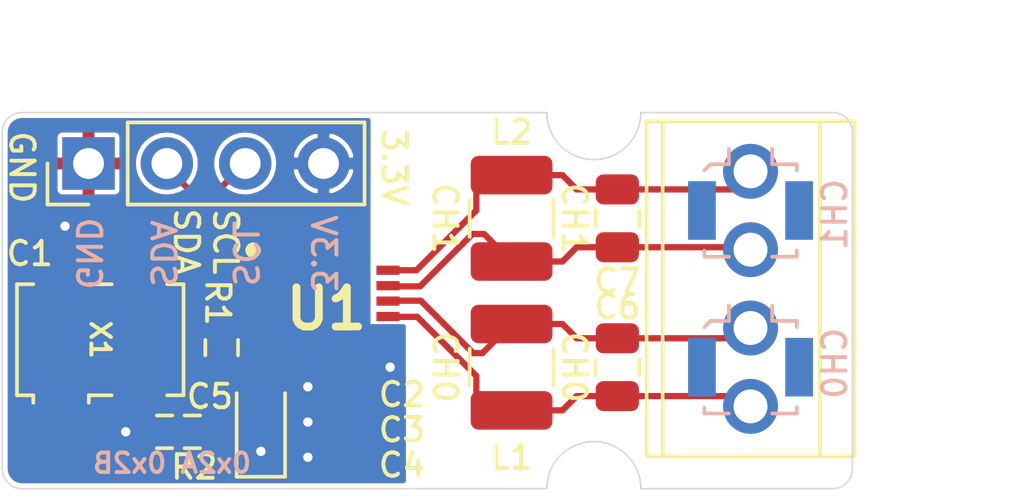
<source format=kicad_pcb>
(kicad_pcb (version 20171130) (host pcbnew "(5.1.0)-1")

  (general
    (thickness 1.6)
    (drawings 32)
    (tracks 74)
    (zones 0)
    (modules 18)
    (nets 14)
  )

  (page A4)
  (layers
    (0 F.Cu signal)
    (31 B.Cu signal)
    (32 B.Adhes user)
    (33 F.Adhes user)
    (34 B.Paste user)
    (35 F.Paste user)
    (36 B.SilkS user)
    (37 F.SilkS user hide)
    (38 B.Mask user)
    (39 F.Mask user)
    (40 Dwgs.User user)
    (41 Cmts.User user hide)
    (42 Eco1.User user hide)
    (43 Eco2.User user hide)
    (44 Edge.Cuts user)
    (45 Margin user hide)
    (46 B.CrtYd user hide)
    (47 F.CrtYd user hide)
    (48 B.Fab user hide)
    (49 F.Fab user hide)
  )

  (setup
    (last_trace_width 0.2032)
    (user_trace_width 0.254)
    (user_trace_width 0.3048)
    (trace_clearance 0.1524)
    (zone_clearance 0.1524)
    (zone_45_only no)
    (trace_min 0.2032)
    (via_size 0.6096)
    (via_drill 0.3048)
    (via_min_size 0.6096)
    (via_min_drill 0.3048)
    (user_via 0.6096 0.3048)
    (uvia_size 0.3)
    (uvia_drill 0.1)
    (uvias_allowed no)
    (uvia_min_size 0.2)
    (uvia_min_drill 0.1)
    (edge_width 0.05)
    (segment_width 0.2)
    (pcb_text_width 0.3)
    (pcb_text_size 1.5 1.5)
    (mod_edge_width 0.12)
    (mod_text_size 1 1)
    (mod_text_width 0.15)
    (pad_size 1.778 1.778)
    (pad_drill 1.1)
    (pad_to_mask_clearance 0.051)
    (solder_mask_min_width 0.25)
    (aux_axis_origin 0 0)
    (visible_elements 7FFFFF7F)
    (pcbplotparams
      (layerselection 0x010fc_ffffffff)
      (usegerberextensions false)
      (usegerberattributes false)
      (usegerberadvancedattributes false)
      (creategerberjobfile false)
      (excludeedgelayer true)
      (linewidth 0.100000)
      (plotframeref false)
      (viasonmask false)
      (mode 1)
      (useauxorigin false)
      (hpglpennumber 1)
      (hpglpenspeed 20)
      (hpglpendiameter 15.000000)
      (psnegative false)
      (psa4output false)
      (plotreference true)
      (plotvalue true)
      (plotinvisibletext false)
      (padsonsilk false)
      (subtractmaskfromsilk false)
      (outputformat 1)
      (mirror false)
      (drillshape 1)
      (scaleselection 1)
      (outputdirectory ""))
  )

  (net 0 "")
  (net 1 GND)
  (net 2 +3V3)
  (net 3 /INTB)
  (net 4 /SDA)
  (net 5 /SCL)
  (net 6 "Net-(X1-Pad1)")
  (net 7 "Net-(U1-Pad3)")
  (net 8 "Net-(C6-Pad2)")
  (net 9 "Net-(C6-Pad1)")
  (net 10 "Net-(R1-Pad2)")
  (net 11 "Net-(R2-Pad1)")
  (net 12 "Net-(C7-Pad2)")
  (net 13 "Net-(C7-Pad1)")

  (net_class Default "This is the default net class."
    (clearance 0.1524)
    (trace_width 0.2032)
    (via_dia 0.6096)
    (via_drill 0.3048)
    (uvia_dia 0.3)
    (uvia_drill 0.1)
    (diff_pair_width 0.2032)
    (diff_pair_gap 0.1524)
    (add_net +3V3)
    (add_net /INTB)
    (add_net /SCL)
    (add_net /SDA)
    (add_net GND)
    (add_net "Net-(C6-Pad1)")
    (add_net "Net-(C6-Pad2)")
    (add_net "Net-(C7-Pad1)")
    (add_net "Net-(C7-Pad2)")
    (add_net "Net-(R1-Pad2)")
    (add_net "Net-(R2-Pad1)")
    (add_net "Net-(U1-Pad3)")
    (add_net "Net-(X1-Pad1)")
  )

  (module Connector_Coaxial:U.FL_Molex_MCRF_73412-0110_Vertical (layer B.Cu) (tedit 5D124F51) (tstamp 5D12C2A7)
    (at 129.667 103.378)
    (descr "Molex Microcoaxial RF Connectors (MCRF), mates Hirose U.FL, (http://www.molex.com/pdm_docs/sd/734120110_sd.pdf)")
    (tags "mcrf hirose ufl u.fl microcoaxial")
    (attr smd)
    (fp_text reference REF** (at 0 -3.5) (layer B.SilkS) hide
      (effects (font (size 1 1) (thickness 0.15)) (justify mirror))
    )
    (fp_text value U.FL_Molex_MCRF_73412-0110_Vertical (at 0 3.302) (layer B.Fab)
      (effects (font (size 1 1) (thickness 0.15)) (justify mirror))
    )
    (fp_circle (center 0 0) (end 0 -0.2) (layer B.Fab) (width 0.1))
    (fp_line (start -1 -1.3) (end 1.3 -1.3) (layer B.Fab) (width 0.1))
    (fp_line (start 2.5 2.5) (end -2.5 2.5) (layer B.CrtYd) (width 0.05))
    (fp_line (start 2.5 -2.5) (end 2.5 2.5) (layer B.CrtYd) (width 0.05))
    (fp_line (start -2.5 -2.5) (end 2.5 -2.5) (layer B.CrtYd) (width 0.05))
    (fp_line (start -2.5 2.5) (end -2.5 -2.5) (layer B.CrtYd) (width 0.05))
    (fp_line (start 1.3 1.3) (end 1.3 -1.3) (layer B.Fab) (width 0.1))
    (fp_line (start -1.3 -1) (end -1 -1.3) (layer B.Fab) (width 0.1))
    (fp_line (start -1.3 1.3) (end -1.3 -1) (layer B.Fab) (width 0.1))
    (fp_line (start -1.3 1.3) (end 1.3 1.3) (layer B.Fab) (width 0.1))
    (fp_circle (center 0 0) (end 0.9 0) (layer B.Fab) (width 0.1))
    (fp_line (start -1.5 1.5) (end -0.7 1.5) (layer B.SilkS) (width 0.12))
    (fp_line (start -1.5 1.3) (end -1.5 1.5) (layer B.SilkS) (width 0.12))
    (fp_line (start 1.5 1.5) (end 1.5 1.3) (layer B.SilkS) (width 0.12))
    (fp_line (start 0.7 1.5) (end 1.5 1.5) (layer B.SilkS) (width 0.12))
    (fp_line (start 1.5 -1.5) (end 0.7 -1.5) (layer B.SilkS) (width 0.12))
    (fp_line (start 1.5 -1.3) (end 1.5 -1.5) (layer B.SilkS) (width 0.12))
    (fp_line (start -1.3 -1.5) (end -1.5 -1.3) (layer B.SilkS) (width 0.12))
    (fp_line (start -0.7 -1.5) (end -1.3 -1.5) (layer B.SilkS) (width 0.12))
    (fp_circle (center 0 0) (end 0 -0.125) (layer B.Fab) (width 0.1))
    (fp_circle (center 0 0) (end 0 -0.05) (layer B.Fab) (width 0.1))
    (fp_text user %R (at 0 -3.5) (layer B.Fab)
      (effects (font (size 1 1) (thickness 0.15)) (justify mirror))
    )
    (fp_line (start -0.7 -1.5) (end -0.7 -2) (layer B.SilkS) (width 0.12))
    (fp_line (start 0.7 -1.5) (end 0.7 -2) (layer B.SilkS) (width 0.12))
    (fp_line (start -0.3 -1.3) (end 0 -1) (layer B.Fab) (width 0.1))
    (fp_line (start 0 -1) (end 0.3 -1.3) (layer B.Fab) (width 0.1))
    (pad 1 smd rect (at 0 -1.5) (size 1 1) (layers B.Cu B.Paste B.Mask))
    (pad 2 smd rect (at 0 1.5) (size 1 1) (layers B.Cu B.Paste B.Mask))
    (pad 2 smd rect (at 1.575 0) (size 0.9 1.9) (layers B.Cu B.Paste B.Mask))
    (pad 2 smd rect (at -1.575 0) (size 0.9 1.9) (layers B.Cu B.Paste B.Mask))
    (model ${KISYS3DMOD}/Connector_Coaxial.3dshapes/U.FL_Hirose_U.FL-R-SMT-1_Vertical.wrl
      (at (xyz 0 0 0))
      (scale (xyz 1 1 1))
      (rotate (xyz 0 0 90))
    )
  )

  (module Connector_Coaxial:U.FL_Molex_MCRF_73412-0110_Vertical (layer B.Cu) (tedit 5D124F51) (tstamp 5D12B3A7)
    (at 129.667 98.298)
    (descr "Molex Microcoaxial RF Connectors (MCRF), mates Hirose U.FL, (http://www.molex.com/pdm_docs/sd/734120110_sd.pdf)")
    (tags "mcrf hirose ufl u.fl microcoaxial")
    (attr smd)
    (fp_text reference REF** (at 0 -3.5) (layer B.SilkS) hide
      (effects (font (size 1 1) (thickness 0.15)) (justify mirror))
    )
    (fp_text value U.FL_Molex_MCRF_73412-0110_Vertical (at 0 3.302) (layer B.Fab)
      (effects (font (size 1 1) (thickness 0.15)) (justify mirror))
    )
    (fp_line (start 0 -1) (end 0.3 -1.3) (layer B.Fab) (width 0.1))
    (fp_line (start -0.3 -1.3) (end 0 -1) (layer B.Fab) (width 0.1))
    (fp_line (start 0.7 -1.5) (end 0.7 -2) (layer B.SilkS) (width 0.12))
    (fp_line (start -0.7 -1.5) (end -0.7 -2) (layer B.SilkS) (width 0.12))
    (fp_text user %R (at 0 -3.5) (layer B.Fab)
      (effects (font (size 1 1) (thickness 0.15)) (justify mirror))
    )
    (fp_circle (center 0 0) (end 0 -0.05) (layer B.Fab) (width 0.1))
    (fp_circle (center 0 0) (end 0 -0.125) (layer B.Fab) (width 0.1))
    (fp_line (start -0.7 -1.5) (end -1.3 -1.5) (layer B.SilkS) (width 0.12))
    (fp_line (start -1.3 -1.5) (end -1.5 -1.3) (layer B.SilkS) (width 0.12))
    (fp_line (start 1.5 -1.3) (end 1.5 -1.5) (layer B.SilkS) (width 0.12))
    (fp_line (start 1.5 -1.5) (end 0.7 -1.5) (layer B.SilkS) (width 0.12))
    (fp_line (start 0.7 1.5) (end 1.5 1.5) (layer B.SilkS) (width 0.12))
    (fp_line (start 1.5 1.5) (end 1.5 1.3) (layer B.SilkS) (width 0.12))
    (fp_line (start -1.5 1.3) (end -1.5 1.5) (layer B.SilkS) (width 0.12))
    (fp_line (start -1.5 1.5) (end -0.7 1.5) (layer B.SilkS) (width 0.12))
    (fp_circle (center 0 0) (end 0.9 0) (layer B.Fab) (width 0.1))
    (fp_line (start -1.3 1.3) (end 1.3 1.3) (layer B.Fab) (width 0.1))
    (fp_line (start -1.3 1.3) (end -1.3 -1) (layer B.Fab) (width 0.1))
    (fp_line (start -1.3 -1) (end -1 -1.3) (layer B.Fab) (width 0.1))
    (fp_line (start 1.3 1.3) (end 1.3 -1.3) (layer B.Fab) (width 0.1))
    (fp_line (start -2.5 2.5) (end -2.5 -2.5) (layer B.CrtYd) (width 0.05))
    (fp_line (start -2.5 -2.5) (end 2.5 -2.5) (layer B.CrtYd) (width 0.05))
    (fp_line (start 2.5 -2.5) (end 2.5 2.5) (layer B.CrtYd) (width 0.05))
    (fp_line (start 2.5 2.5) (end -2.5 2.5) (layer B.CrtYd) (width 0.05))
    (fp_line (start -1 -1.3) (end 1.3 -1.3) (layer B.Fab) (width 0.1))
    (fp_circle (center 0 0) (end 0 -0.2) (layer B.Fab) (width 0.1))
    (pad 2 smd rect (at -1.575 0) (size 0.9 1.9) (layers B.Cu B.Paste B.Mask))
    (pad 2 smd rect (at 1.575 0) (size 0.9 1.9) (layers B.Cu B.Paste B.Mask))
    (pad 2 smd rect (at 0 1.5) (size 1 1) (layers B.Cu B.Paste B.Mask))
    (pad 1 smd rect (at 0 -1.5) (size 1 1) (layers B.Cu B.Paste B.Mask))
    (model ${KISYS3DMOD}/Connector_Coaxial.3dshapes/U.FL_Hirose_U.FL-R-SMT-1_Vertical.wrl
      (at (xyz 0 0 0))
      (scale (xyz 1 1 1))
      (rotate (xyz 0 0 90))
    )
  )

  (module custom-footprints:SON50P400X400X80-13N (layer F.Cu) (tedit 0) (tstamp 5CF8DB64)
    (at 115.914 101.485)
    (descr DNT0012B)
    (tags "Integrated Circuit")
    (path /5CF9A13F)
    (attr smd)
    (fp_text reference U1 (at 0 0) (layer F.SilkS)
      (effects (font (size 1.27 1.27) (thickness 0.254)))
    )
    (fp_text value FDC2212 (at 0 0) (layer F.SilkS) hide
      (effects (font (size 1.27 1.27) (thickness 0.254)))
    )
    (fp_circle (center -2.375 -1.9) (end -2.375 -1.775) (layer F.SilkS) (width 0.25))
    (fp_line (start -2 -1) (end -1 -2) (layer F.Fab) (width 0.1))
    (fp_line (start -2 2) (end -2 -2) (layer F.Fab) (width 0.1))
    (fp_line (start 2 2) (end -2 2) (layer F.Fab) (width 0.1))
    (fp_line (start 2 -2) (end 2 2) (layer F.Fab) (width 0.1))
    (fp_line (start -2 -2) (end 2 -2) (layer F.Fab) (width 0.1))
    (fp_line (start -2.625 2.3) (end -2.625 -2.3) (layer F.CrtYd) (width 0.05))
    (fp_line (start 2.625 2.3) (end -2.625 2.3) (layer F.CrtYd) (width 0.05))
    (fp_line (start 2.625 -2.3) (end 2.625 2.3) (layer F.CrtYd) (width 0.05))
    (fp_line (start -2.625 -2.3) (end 2.625 -2.3) (layer F.CrtYd) (width 0.05))
    (fp_text user %R (at 0 0) (layer F.Fab)
      (effects (font (size 1.27 1.27) (thickness 0.254)))
    )
    (pad 13 smd rect (at 0 0) (size 2.7 3.1) (layers F.Cu F.Paste F.Mask)
      (net 1 GND))
    (pad 12 smd rect (at 2 -1.25 90) (size 0.3 0.75) (layers F.Cu F.Paste F.Mask)
      (net 13 "Net-(C7-Pad1)"))
    (pad 11 smd rect (at 2 -0.75 90) (size 0.3 0.75) (layers F.Cu F.Paste F.Mask)
      (net 12 "Net-(C7-Pad2)"))
    (pad 10 smd rect (at 2 -0.25 90) (size 0.3 0.75) (layers F.Cu F.Paste F.Mask)
      (net 9 "Net-(C6-Pad1)"))
    (pad 9 smd rect (at 2 0.25 90) (size 0.3 0.75) (layers F.Cu F.Paste F.Mask)
      (net 8 "Net-(C6-Pad2)"))
    (pad 8 smd rect (at 2 0.75 90) (size 0.3 0.75) (layers F.Cu F.Paste F.Mask)
      (net 1 GND))
    (pad 7 smd rect (at 2 1.25 90) (size 0.3 0.75) (layers F.Cu F.Paste F.Mask)
      (net 2 +3V3))
    (pad 6 smd rect (at -2 1.25 90) (size 0.3 0.75) (layers F.Cu F.Paste F.Mask)
      (net 1 GND))
    (pad 5 smd rect (at -2 0.75 90) (size 0.3 0.75) (layers F.Cu F.Paste F.Mask)
      (net 3 /INTB))
    (pad 4 smd rect (at -2 0.25 90) (size 0.3 0.75) (layers F.Cu F.Paste F.Mask)
      (net 11 "Net-(R2-Pad1)"))
    (pad 3 smd rect (at -2 -0.25 90) (size 0.3 0.75) (layers F.Cu F.Paste F.Mask)
      (net 7 "Net-(U1-Pad3)"))
    (pad 2 smd rect (at -2 -0.75 90) (size 0.3 0.75) (layers F.Cu F.Paste F.Mask)
      (net 4 /SDA))
    (pad 1 smd rect (at -2 -1.25 90) (size 0.3 0.75) (layers F.Cu F.Paste F.Mask)
      (net 5 /SCL))
    (model ${KISYS3DMOD}/Package_DFN_QFN.3dshapes/DFN-12-1EP_4x4mm_P0.5mm_EP2.66x3.38mm.wrl
      (at (xyz 0 0 0))
      (scale (xyz 1 1 1))
      (rotate (xyz 0 0 0))
    )
  )

  (module Capacitor_Tantalum_SMD:CP_EIA-2012-15_AVX-P (layer F.Cu) (tedit 5B301BBE) (tstamp 5CFB1EE7)
    (at 113.792 105.2195 90)
    (descr "Tantalum Capacitor SMD AVX-P (2012-15 Metric), IPC_7351 nominal, (Body size from: https://www.vishay.com/docs/40182/tmch.pdf), generated with kicad-footprint-generator")
    (tags "capacitor tantalum")
    (path /5CFAF017)
    (attr smd)
    (fp_text reference C5 (at 0.889 -1.651 180) (layer F.SilkS)
      (effects (font (size 0.762 0.762) (thickness 0.127)))
    )
    (fp_text value 10uF (at 0 1.58 90) (layer F.Fab)
      (effects (font (size 1 1) (thickness 0.15)))
    )
    (fp_text user %R (at 0 0 90) (layer F.Fab)
      (effects (font (size 0.5 0.5) (thickness 0.08)))
    )
    (fp_line (start 1.7 0.88) (end -1.7 0.88) (layer F.CrtYd) (width 0.05))
    (fp_line (start 1.7 -0.88) (end 1.7 0.88) (layer F.CrtYd) (width 0.05))
    (fp_line (start -1.7 -0.88) (end 1.7 -0.88) (layer F.CrtYd) (width 0.05))
    (fp_line (start -1.7 0.88) (end -1.7 -0.88) (layer F.CrtYd) (width 0.05))
    (fp_line (start -1.71 0.785) (end 1 0.785) (layer F.SilkS) (width 0.12))
    (fp_line (start -1.71 -0.785) (end -1.71 0.785) (layer F.SilkS) (width 0.12))
    (fp_line (start 1 -0.785) (end -1.71 -0.785) (layer F.SilkS) (width 0.12))
    (fp_line (start 1 0.625) (end 1 -0.625) (layer F.Fab) (width 0.1))
    (fp_line (start -1 0.625) (end 1 0.625) (layer F.Fab) (width 0.1))
    (fp_line (start -1 -0.3125) (end -1 0.625) (layer F.Fab) (width 0.1))
    (fp_line (start -0.6875 -0.625) (end -1 -0.3125) (layer F.Fab) (width 0.1))
    (fp_line (start 1 -0.625) (end -0.6875 -0.625) (layer F.Fab) (width 0.1))
    (pad 2 smd roundrect (at 0.8875 0 90) (size 1.125 1.05) (layers F.Cu F.Paste F.Mask) (roundrect_rratio 0.238095)
      (net 1 GND))
    (pad 1 smd roundrect (at -0.8875 0 90) (size 1.125 1.05) (layers F.Cu F.Paste F.Mask) (roundrect_rratio 0.238095)
      (net 2 +3V3))
    (model ${KISYS3DMOD}/Capacitor_Tantalum_SMD.3dshapes/CP_EIA-2012-15_AVX-P.wrl
      (at (xyz 0 0 0))
      (scale (xyz 1 1 1))
      (rotate (xyz 0 0 0))
    )
  )

  (module TerminalBlock_TE-Connectivity:TerminalBlock_TE_282834-4_1x04_P2.54mm_Horizontal (layer F.Cu) (tedit 5CFAC83C) (tstamp 5CF9FD5E)
    (at 129.667 97.028 270)
    (descr "Terminal Block TE 282834-4, 4 pins, pitch 2.54mm, size 10.620000000000001x6.5mm^2, drill diamater 1.1mm, pad diameter 2.1mm, see http://www.te.com/commerce/DocumentDelivery/DDEController?Action=showdoc&DocId=Customer+Drawing%7F282834%7FC1%7Fpdf%7FEnglish%7FENG_CD_282834_C1.pdf, script-generated using https://github.com/pointhi/kicad-footprint-generator/scripts/TerminalBlock_TE-Connectivity")
    (tags "THT Terminal Block TE 282834-4 pitch 2.54mm size 10.620000000000001x6.5mm^2 drill 1.1mm pad 2.1mm")
    (path /5CFC25C6)
    (fp_text reference J2 (at 3.81 -4.37 270) (layer F.SilkS) hide
      (effects (font (size 0.762 0.762) (thickness 0.127)))
    )
    (fp_text value Screw_Terminal_01x04 (at 3.81 4.37 270) (layer F.Fab)
      (effects (font (size 1 1) (thickness 0.15)))
    )
    (fp_text user %R (at 3.81 2 270) (layer F.Fab)
      (effects (font (size 1 1) (thickness 0.15)))
    )
    (fp_line (start 9.63 -3.75) (end -2 -3.75) (layer F.CrtYd) (width 0.05))
    (fp_line (start 9.63 3.75) (end 9.63 -3.75) (layer F.CrtYd) (width 0.05))
    (fp_line (start -2 3.75) (end 9.63 3.75) (layer F.CrtYd) (width 0.05))
    (fp_line (start -2 -3.75) (end -2 3.75) (layer F.CrtYd) (width 0.05))
    (fp_line (start 8.321 -0.835) (end 6.786 0.7) (layer F.Fab) (width 0.1))
    (fp_line (start 8.455 -0.7) (end 6.92 0.835) (layer F.Fab) (width 0.1))
    (fp_line (start 5.781 -0.835) (end 4.246 0.7) (layer F.Fab) (width 0.1))
    (fp_line (start 5.915 -0.7) (end 4.38 0.835) (layer F.Fab) (width 0.1))
    (fp_line (start 3.241 -0.835) (end 1.706 0.7) (layer F.Fab) (width 0.1))
    (fp_line (start 3.375 -0.7) (end 1.84 0.835) (layer F.Fab) (width 0.1))
    (fp_line (start 0.701 -0.835) (end -0.835 0.7) (layer F.Fab) (width 0.1))
    (fp_line (start 0.835 -0.7) (end -0.701 0.835) (layer F.Fab) (width 0.1))
    (fp_line (start 9.241 -3.37) (end 9.241 3.37) (layer F.SilkS) (width 0.12))
    (fp_line (start -1.62 -3.37) (end -1.62 3.37) (layer F.SilkS) (width 0.12))
    (fp_line (start -1.62 3.37) (end 9.241 3.37) (layer F.SilkS) (width 0.12))
    (fp_line (start -1.62 -3.37) (end 9.241 -3.37) (layer F.SilkS) (width 0.12))
    (fp_line (start -1.62 -2.25) (end 9.241 -2.25) (layer F.SilkS) (width 0.12))
    (fp_line (start -1.5 -2.25) (end 9.12 -2.25) (layer F.Fab) (width 0.1))
    (fp_line (start -1.62 2.85) (end 9.241 2.85) (layer F.SilkS) (width 0.12))
    (fp_line (start -1.5 2.85) (end 9.12 2.85) (layer F.Fab) (width 0.1))
    (fp_line (start -1.5 2.85) (end -1.5 -3.25) (layer F.Fab) (width 0.1))
    (fp_line (start -1.1 3.25) (end -1.5 2.85) (layer F.Fab) (width 0.1))
    (fp_line (start 9.12 3.25) (end -1.1 3.25) (layer F.Fab) (width 0.1))
    (fp_line (start 9.12 -3.25) (end 9.12 3.25) (layer F.Fab) (width 0.1))
    (fp_line (start -1.5 -3.25) (end 9.12 -3.25) (layer F.Fab) (width 0.1))
    (fp_circle (center 7.62 0) (end 8.72 0) (layer F.Fab) (width 0.1))
    (fp_circle (center 5.08 0) (end 6.18 0) (layer F.Fab) (width 0.1))
    (fp_circle (center 2.54 0) (end 3.64 0) (layer F.Fab) (width 0.1))
    (fp_circle (center 0 0) (end 1.1 0) (layer F.Fab) (width 0.1))
    (pad 4 thru_hole circle (at 7.62 0 270) (size 1.778 1.778) (drill 1.1) (layers *.Cu *.Mask)
      (net 8 "Net-(C6-Pad2)"))
    (pad 3 thru_hole circle (at 5.08 0 270) (size 1.778 1.778) (drill 1.1) (layers *.Cu *.Mask)
      (net 9 "Net-(C6-Pad1)"))
    (pad 2 thru_hole circle (at 2.54 0 270) (size 1.778 1.778) (drill 1.1) (layers *.Cu *.Mask)
      (net 12 "Net-(C7-Pad2)"))
    (pad 1 thru_hole circle (at 0 0 270) (size 1.778 1.778) (drill 1.1) (layers *.Cu *.Mask)
      (net 13 "Net-(C7-Pad1)"))
    (model ${KISYS3DMOD}/TerminalBlock_Altech.3dshapes/Altech_AK300_1x04_P5.00mm_45-Degree.step
      (offset (xyz 7.62 0 0))
      (scale (xyz 0.5 0.5 0.5))
      (rotate (xyz 0 0 180))
    )
  )

  (module Connector_PinHeader_2.54mm:PinHeader_1x04_P2.54mm_Vertical (layer F.Cu) (tedit 59FED5CC) (tstamp 5CF9B720)
    (at 108.204 96.774 90)
    (descr "Through hole straight pin header, 1x04, 2.54mm pitch, single row")
    (tags "Through hole pin header THT 1x04 2.54mm single row")
    (path /5CFA35B7)
    (fp_text reference J1 (at 0 -2.33 90) (layer F.SilkS) hide
      (effects (font (size 0.762 0.762) (thickness 0.127)))
    )
    (fp_text value Conn_01x04 (at 0 9.95 90) (layer F.Fab)
      (effects (font (size 1 1) (thickness 0.15)))
    )
    (fp_text user %R (at 0 3.81 180) (layer F.Fab)
      (effects (font (size 1 1) (thickness 0.15)))
    )
    (fp_line (start 1.8 -1.8) (end -1.8 -1.8) (layer F.CrtYd) (width 0.05))
    (fp_line (start 1.8 9.4) (end 1.8 -1.8) (layer F.CrtYd) (width 0.05))
    (fp_line (start -1.8 9.4) (end 1.8 9.4) (layer F.CrtYd) (width 0.05))
    (fp_line (start -1.8 -1.8) (end -1.8 9.4) (layer F.CrtYd) (width 0.05))
    (fp_line (start -1.33 -1.33) (end 0 -1.33) (layer F.SilkS) (width 0.12))
    (fp_line (start -1.33 0) (end -1.33 -1.33) (layer F.SilkS) (width 0.12))
    (fp_line (start -1.33 1.27) (end 1.33 1.27) (layer F.SilkS) (width 0.12))
    (fp_line (start 1.33 1.27) (end 1.33 8.95) (layer F.SilkS) (width 0.12))
    (fp_line (start -1.33 1.27) (end -1.33 8.95) (layer F.SilkS) (width 0.12))
    (fp_line (start -1.33 8.95) (end 1.33 8.95) (layer F.SilkS) (width 0.12))
    (fp_line (start -1.27 -0.635) (end -0.635 -1.27) (layer F.Fab) (width 0.1))
    (fp_line (start -1.27 8.89) (end -1.27 -0.635) (layer F.Fab) (width 0.1))
    (fp_line (start 1.27 8.89) (end -1.27 8.89) (layer F.Fab) (width 0.1))
    (fp_line (start 1.27 -1.27) (end 1.27 8.89) (layer F.Fab) (width 0.1))
    (fp_line (start -0.635 -1.27) (end 1.27 -1.27) (layer F.Fab) (width 0.1))
    (pad 4 thru_hole oval (at 0 7.62 90) (size 1.7 1.7) (drill 1) (layers *.Cu *.Mask)
      (net 2 +3V3))
    (pad 3 thru_hole oval (at 0 5.08 90) (size 1.7 1.7) (drill 1) (layers *.Cu *.Mask)
      (net 5 /SCL))
    (pad 2 thru_hole oval (at 0 2.54 90) (size 1.7 1.7) (drill 1) (layers *.Cu *.Mask)
      (net 4 /SDA))
    (pad 1 thru_hole rect (at 0 0 90) (size 1.7 1.7) (drill 1) (layers *.Cu *.Mask)
      (net 1 GND))
    (model ${KISYS3DMOD}/Connector_PinHeader_2.54mm.3dshapes/PinHeader_1x04_P2.54mm_Vertical.wrl
      (at (xyz 0 0 0))
      (scale (xyz 1 1 1))
      (rotate (xyz 0 0 0))
    )
  )

  (module Resistor_SMD:R_0402 (layer F.Cu) (tedit 58E0A804) (tstamp 5CFA0C79)
    (at 112.522 102.743 270)
    (descr "Resistor SMD 0402, reflow soldering, Vishay (see dcrcw.pdf)")
    (tags "resistor 0402")
    (path /5CFA51CD)
    (attr smd)
    (fp_text reference R1 (at -1.4605 0.127 270 unlocked) (layer F.SilkS)
      (effects (font (size 0.762 0.762) (thickness 0.127)))
    )
    (fp_text value 0 (at 0 1.45 270) (layer F.Fab)
      (effects (font (size 1 1) (thickness 0.15)))
    )
    (fp_line (start 0.8 0.45) (end -0.8 0.45) (layer F.CrtYd) (width 0.05))
    (fp_line (start 0.8 0.45) (end 0.8 -0.45) (layer F.CrtYd) (width 0.05))
    (fp_line (start -0.8 -0.45) (end -0.8 0.45) (layer F.CrtYd) (width 0.05))
    (fp_line (start -0.8 -0.45) (end 0.8 -0.45) (layer F.CrtYd) (width 0.05))
    (fp_line (start -0.25 0.53) (end 0.25 0.53) (layer F.SilkS) (width 0.12))
    (fp_line (start 0.25 -0.53) (end -0.25 -0.53) (layer F.SilkS) (width 0.12))
    (fp_line (start -0.5 -0.25) (end 0.5 -0.25) (layer F.Fab) (width 0.1))
    (fp_line (start 0.5 -0.25) (end 0.5 0.25) (layer F.Fab) (width 0.1))
    (fp_line (start 0.5 0.25) (end -0.5 0.25) (layer F.Fab) (width 0.1))
    (fp_line (start -0.5 0.25) (end -0.5 -0.25) (layer F.Fab) (width 0.1))
    (fp_text user %R (at 0 -1.35 270) (layer F.Fab)
      (effects (font (size 1 1) (thickness 0.15)))
    )
    (pad 2 smd rect (at 0.45 0 270) (size 0.4 0.6) (layers F.Cu F.Paste F.Mask)
      (net 10 "Net-(R1-Pad2)"))
    (pad 1 smd rect (at -0.45 0 270) (size 0.4 0.6) (layers F.Cu F.Paste F.Mask)
      (net 3 /INTB))
    (model ${KISYS3DMOD}/Resistors_SMD.3dshapes/R_0402.wrl
      (at (xyz 0 0 0))
      (scale (xyz 1 1 1))
      (rotate (xyz 0 0 0))
    )
  )

  (module Resistor_SMD:R_0402 (layer F.Cu) (tedit 58E0A804) (tstamp 5CFA0CCD)
    (at 111.5695 105.4735)
    (descr "Resistor SMD 0402, reflow soldering, Vishay (see dcrcw.pdf)")
    (tags "resistor 0402")
    (path /5CF950E1)
    (attr smd)
    (fp_text reference R2 (at 0.0635 1.143 180) (layer F.SilkS)
      (effects (font (size 0.762 0.762) (thickness 0.127)))
    )
    (fp_text value 0 (at 0 1.45) (layer F.Fab)
      (effects (font (size 1 1) (thickness 0.15)))
    )
    (fp_line (start 0.8 0.45) (end -0.8 0.45) (layer F.CrtYd) (width 0.05))
    (fp_line (start 0.8 0.45) (end 0.8 -0.45) (layer F.CrtYd) (width 0.05))
    (fp_line (start -0.8 -0.45) (end -0.8 0.45) (layer F.CrtYd) (width 0.05))
    (fp_line (start -0.8 -0.45) (end 0.8 -0.45) (layer F.CrtYd) (width 0.05))
    (fp_line (start -0.25 0.53) (end 0.25 0.53) (layer F.SilkS) (width 0.12))
    (fp_line (start 0.25 -0.53) (end -0.25 -0.53) (layer F.SilkS) (width 0.12))
    (fp_line (start -0.5 -0.25) (end 0.5 -0.25) (layer F.Fab) (width 0.1))
    (fp_line (start 0.5 -0.25) (end 0.5 0.25) (layer F.Fab) (width 0.1))
    (fp_line (start 0.5 0.25) (end -0.5 0.25) (layer F.Fab) (width 0.1))
    (fp_line (start -0.5 0.25) (end -0.5 -0.25) (layer F.Fab) (width 0.1))
    (fp_text user %R (at 0 -1.35) (layer F.Fab)
      (effects (font (size 1 1) (thickness 0.15)))
    )
    (pad 2 smd rect (at 0.45 0) (size 0.4 0.6) (layers F.Cu F.Paste F.Mask)
      (net 1 GND))
    (pad 1 smd rect (at -0.45 0) (size 0.4 0.6) (layers F.Cu F.Paste F.Mask)
      (net 11 "Net-(R2-Pad1)"))
    (model ${KISYS3DMOD}/Resistor_SMD.3dshapes/R_0402_1005Metric.step
      (at (xyz 0 0 0))
      (scale (xyz 1 1 1))
      (rotate (xyz 0 0 0))
    )
  )

  (module Resistor_SMD:R_0402 (layer F.Cu) (tedit 58E0A804) (tstamp 5CFA0BB0)
    (at 110.67034 105.4735 180)
    (descr "Resistor SMD 0402, reflow soldering, Vishay (see dcrcw.pdf)")
    (tags "resistor 0402")
    (path /5CF980E4)
    (attr smd)
    (fp_text reference R3 (at 1.651 0 180) (layer F.SilkS) hide
      (effects (font (size 0.762 0.762) (thickness 0.127)))
    )
    (fp_text value 0 (at 0 1.45 180) (layer F.Fab)
      (effects (font (size 1 1) (thickness 0.15)))
    )
    (fp_line (start 0.8 0.45) (end -0.8 0.45) (layer F.CrtYd) (width 0.05))
    (fp_line (start 0.8 0.45) (end 0.8 -0.45) (layer F.CrtYd) (width 0.05))
    (fp_line (start -0.8 -0.45) (end -0.8 0.45) (layer F.CrtYd) (width 0.05))
    (fp_line (start -0.8 -0.45) (end 0.8 -0.45) (layer F.CrtYd) (width 0.05))
    (fp_line (start -0.25 0.53) (end 0.25 0.53) (layer F.SilkS) (width 0.12))
    (fp_line (start 0.25 -0.53) (end -0.25 -0.53) (layer F.SilkS) (width 0.12))
    (fp_line (start -0.5 -0.25) (end 0.5 -0.25) (layer F.Fab) (width 0.1))
    (fp_line (start 0.5 -0.25) (end 0.5 0.25) (layer F.Fab) (width 0.1))
    (fp_line (start 0.5 0.25) (end -0.5 0.25) (layer F.Fab) (width 0.1))
    (fp_line (start -0.5 0.25) (end -0.5 -0.25) (layer F.Fab) (width 0.1))
    (fp_text user %R (at 0 -1.35 180) (layer F.Fab)
      (effects (font (size 1 1) (thickness 0.15)))
    )
    (pad 2 smd rect (at 0.45 0 180) (size 0.4 0.6) (layers F.Cu F.Paste F.Mask)
      (net 2 +3V3))
    (pad 1 smd rect (at -0.45 0 180) (size 0.4 0.6) (layers F.Cu F.Paste F.Mask)
      (net 11 "Net-(R2-Pad1)"))
    (model ${KISYS3DMOD}/Resistors_SMD.3dshapes/R_0402.wrl
      (at (xyz 0 0 0))
      (scale (xyz 1 1 1))
      (rotate (xyz 0 0 0))
    )
  )

  (module Oscillator:Oscillator_SMD_TXC_7C-4Pin_5.0x3.2mm (layer F.Cu) (tedit 58CD3345) (tstamp 5CF9FA34)
    (at 108.585 102.489)
    (descr "Miniature Crystal Clock Oscillator TXC 7C series, http://www.txccorp.com/download/products/osc/7C_o.pdf, 5.0x3.2mm^2 package")
    (tags "SMD SMT crystal oscillator")
    (path /5CF8C6AA)
    (attr smd)
    (fp_text reference X1 (at 0 0 270 unlocked) (layer F.SilkS)
      (effects (font (size 0.635 0.635) (thickness 0.127)))
    )
    (fp_text value TXC-7C (at 0 2.8) (layer F.Fab)
      (effects (font (size 1 1) (thickness 0.15)))
    )
    (fp_circle (center 0 0) (end 0.116667 0) (layer F.Adhes) (width 0.233333))
    (fp_circle (center 0 0) (end 0.266667 0) (layer F.Adhes) (width 0.166667))
    (fp_circle (center 0 0) (end 0.416667 0) (layer F.Adhes) (width 0.166667))
    (fp_circle (center 0 0) (end 0.5 0) (layer F.Adhes) (width 0.1))
    (fp_line (start 2.8 -2) (end -2.8 -2) (layer F.CrtYd) (width 0.05))
    (fp_line (start 2.8 2) (end 2.8 -2) (layer F.CrtYd) (width 0.05))
    (fp_line (start -2.8 2) (end 2.8 2) (layer F.CrtYd) (width 0.05))
    (fp_line (start -2.8 -2) (end -2.8 2) (layer F.CrtYd) (width 0.05))
    (fp_line (start -0.37 1.8) (end -0.37 2.04) (layer F.SilkS) (width 0.12))
    (fp_line (start 0.37 1.8) (end -0.37 1.8) (layer F.SilkS) (width 0.12))
    (fp_line (start -2.7 -1.8) (end -2.17 -1.8) (layer F.SilkS) (width 0.12))
    (fp_line (start -2.7 1.8) (end -2.7 -1.8) (layer F.SilkS) (width 0.12))
    (fp_line (start -2.17 1.8) (end -2.7 1.8) (layer F.SilkS) (width 0.12))
    (fp_line (start -2.17 2.04) (end -2.17 1.8) (layer F.SilkS) (width 0.12))
    (fp_line (start -0.37 -1.8) (end 0.37 -1.8) (layer F.SilkS) (width 0.12))
    (fp_line (start 2.7 1.8) (end 2.17 1.8) (layer F.SilkS) (width 0.12))
    (fp_line (start 2.7 -1.8) (end 2.7 1.8) (layer F.SilkS) (width 0.12))
    (fp_line (start 2.17 -1.8) (end 2.7 -1.8) (layer F.SilkS) (width 0.12))
    (fp_line (start -2.5 0.6) (end -1.5 1.6) (layer F.Fab) (width 0.1))
    (fp_line (start -2.5 -1.4) (end -2.3 -1.6) (layer F.Fab) (width 0.1))
    (fp_line (start -2.5 1.4) (end -2.5 -1.4) (layer F.Fab) (width 0.1))
    (fp_line (start -2.3 1.6) (end -2.5 1.4) (layer F.Fab) (width 0.1))
    (fp_line (start 2.3 1.6) (end -2.3 1.6) (layer F.Fab) (width 0.1))
    (fp_line (start 2.5 1.4) (end 2.3 1.6) (layer F.Fab) (width 0.1))
    (fp_line (start 2.5 -1.4) (end 2.5 1.4) (layer F.Fab) (width 0.1))
    (fp_line (start 2.3 -1.6) (end 2.5 -1.4) (layer F.Fab) (width 0.1))
    (fp_line (start -2.3 -1.6) (end 2.3 -1.6) (layer F.Fab) (width 0.1))
    (fp_text user %R (at 0 0) (layer F.Fab)
      (effects (font (size 1 1) (thickness 0.15)))
    )
    (pad 4 smd rect (at -1.27 -1.1) (size 1.4 1.2) (layers F.Cu F.Paste F.Mask)
      (net 2 +3V3))
    (pad 3 smd rect (at 1.27 -1.1) (size 1.4 1.2) (layers F.Cu F.Paste F.Mask)
      (net 7 "Net-(U1-Pad3)"))
    (pad 2 smd rect (at 1.27 1.1) (size 1.4 1.2) (layers F.Cu F.Paste F.Mask)
      (net 1 GND))
    (pad 1 smd rect (at -1.27 1.1) (size 1.4 1.2) (layers F.Cu F.Paste F.Mask)
      (net 6 "Net-(X1-Pad1)"))
    (model ${KISYS3DMOD}/Crystal.3dshapes/Crystal_SMD_EuroQuartz_MT-4Pin_3.2x2.5mm.step
      (at (xyz 0 0 0))
      (scale (xyz 1 1 1))
      (rotate (xyz 0 0 0))
    )
  )

  (module Inductor_SMD:L_1210_3225Metric (layer F.Cu) (tedit 5B301BBE) (tstamp 5CF9F7E8)
    (at 121.92 103.378 90)
    (descr "Inductor SMD 1210 (3225 Metric), square (rectangular) end terminal, IPC_7351 nominal, (Body size source: http://www.tortai-tech.com/upload/download/2011102023233369053.pdf), generated with kicad-footprint-generator")
    (tags inductor)
    (path /5CFA6676)
    (attr smd)
    (fp_text reference L1 (at -2.921 0 180) (layer F.SilkS)
      (effects (font (size 0.762 0.762) (thickness 0.127)))
    )
    (fp_text value 18uH (at 0 2.28 90) (layer F.Fab)
      (effects (font (size 1 1) (thickness 0.15)))
    )
    (fp_text user %R (at 0 0 90) (layer F.Fab)
      (effects (font (size 0.8 0.8) (thickness 0.12)))
    )
    (fp_line (start 2.28 1.58) (end -2.28 1.58) (layer F.CrtYd) (width 0.05))
    (fp_line (start 2.28 -1.58) (end 2.28 1.58) (layer F.CrtYd) (width 0.05))
    (fp_line (start -2.28 -1.58) (end 2.28 -1.58) (layer F.CrtYd) (width 0.05))
    (fp_line (start -2.28 1.58) (end -2.28 -1.58) (layer F.CrtYd) (width 0.05))
    (fp_line (start -0.602064 1.36) (end 0.602064 1.36) (layer F.SilkS) (width 0.12))
    (fp_line (start -0.602064 -1.36) (end 0.602064 -1.36) (layer F.SilkS) (width 0.12))
    (fp_line (start 1.6 1.25) (end -1.6 1.25) (layer F.Fab) (width 0.1))
    (fp_line (start 1.6 -1.25) (end 1.6 1.25) (layer F.Fab) (width 0.1))
    (fp_line (start -1.6 -1.25) (end 1.6 -1.25) (layer F.Fab) (width 0.1))
    (fp_line (start -1.6 1.25) (end -1.6 -1.25) (layer F.Fab) (width 0.1))
    (pad 2 smd roundrect (at 1.4 0 90) (size 1.25 2.65) (layers F.Cu F.Paste F.Mask) (roundrect_rratio 0.2)
      (net 9 "Net-(C6-Pad1)"))
    (pad 1 smd roundrect (at -1.4 0 90) (size 1.25 2.65) (layers F.Cu F.Paste F.Mask) (roundrect_rratio 0.2)
      (net 8 "Net-(C6-Pad2)"))
    (model ${KISYS3DMOD}/Inductor_SMD.3dshapes/L_1210_3225Metric.wrl
      (at (xyz 0 0 0))
      (scale (xyz 1 1 1))
      (rotate (xyz 0 0 0))
    )
  )

  (module Inductor_SMD:L_1210_3225Metric (layer F.Cu) (tedit 5B301BBE) (tstamp 5CF9C10C)
    (at 121.92 98.552 90)
    (descr "Inductor SMD 1210 (3225 Metric), square (rectangular) end terminal, IPC_7351 nominal, (Body size source: http://www.tortai-tech.com/upload/download/2011102023233369053.pdf), generated with kicad-footprint-generator")
    (tags inductor)
    (path /5CFA557B)
    (attr smd)
    (fp_text reference L2 (at 2.794 0 180) (layer F.SilkS)
      (effects (font (size 0.762 0.762) (thickness 0.127)))
    )
    (fp_text value 18uH (at 0 2.28 90) (layer F.Fab)
      (effects (font (size 1 1) (thickness 0.15)))
    )
    (fp_text user %R (at 0 0 90) (layer F.Fab)
      (effects (font (size 0.8 0.8) (thickness 0.12)))
    )
    (fp_line (start 2.28 1.58) (end -2.28 1.58) (layer F.CrtYd) (width 0.05))
    (fp_line (start 2.28 -1.58) (end 2.28 1.58) (layer F.CrtYd) (width 0.05))
    (fp_line (start -2.28 -1.58) (end 2.28 -1.58) (layer F.CrtYd) (width 0.05))
    (fp_line (start -2.28 1.58) (end -2.28 -1.58) (layer F.CrtYd) (width 0.05))
    (fp_line (start -0.602064 1.36) (end 0.602064 1.36) (layer F.SilkS) (width 0.12))
    (fp_line (start -0.602064 -1.36) (end 0.602064 -1.36) (layer F.SilkS) (width 0.12))
    (fp_line (start 1.6 1.25) (end -1.6 1.25) (layer F.Fab) (width 0.1))
    (fp_line (start 1.6 -1.25) (end 1.6 1.25) (layer F.Fab) (width 0.1))
    (fp_line (start -1.6 -1.25) (end 1.6 -1.25) (layer F.Fab) (width 0.1))
    (fp_line (start -1.6 1.25) (end -1.6 -1.25) (layer F.Fab) (width 0.1))
    (pad 2 smd roundrect (at 1.4 0 90) (size 1.25 2.65) (layers F.Cu F.Paste F.Mask) (roundrect_rratio 0.2)
      (net 13 "Net-(C7-Pad1)"))
    (pad 1 smd roundrect (at -1.4 0 90) (size 1.25 2.65) (layers F.Cu F.Paste F.Mask) (roundrect_rratio 0.2)
      (net 12 "Net-(C7-Pad2)"))
    (model ${KISYS3DMOD}/Inductor_SMD.3dshapes/L_1210_3225Metric.wrl
      (at (xyz 0 0 0))
      (scale (xyz 1 1 1))
      (rotate (xyz 0 0 0))
    )
  )

  (module Capacitor_SMD:C_0402_1005Metric (layer F.Cu) (tedit 5B301BBE) (tstamp 5CF9F5C4)
    (at 116.586 106.299)
    (descr "Capacitor SMD 0402 (1005 Metric), square (rectangular) end terminal, IPC_7351 nominal, (Body size source: http://www.tortai-tech.com/upload/download/2011102023233369053.pdf), generated with kicad-footprint-generator")
    (tags capacitor)
    (path /5CF8BA40)
    (attr smd)
    (fp_text reference C4 (at 1.778 0.254) (layer F.SilkS)
      (effects (font (size 0.762 0.762) (thickness 0.127)))
    )
    (fp_text value 1uF (at 0 1.17) (layer F.Fab)
      (effects (font (size 1 1) (thickness 0.15)))
    )
    (fp_text user %R (at 0 0) (layer F.Fab)
      (effects (font (size 0.25 0.25) (thickness 0.04)))
    )
    (fp_line (start 0.93 0.47) (end -0.93 0.47) (layer F.CrtYd) (width 0.05))
    (fp_line (start 0.93 -0.47) (end 0.93 0.47) (layer F.CrtYd) (width 0.05))
    (fp_line (start -0.93 -0.47) (end 0.93 -0.47) (layer F.CrtYd) (width 0.05))
    (fp_line (start -0.93 0.47) (end -0.93 -0.47) (layer F.CrtYd) (width 0.05))
    (fp_line (start 0.5 0.25) (end -0.5 0.25) (layer F.Fab) (width 0.1))
    (fp_line (start 0.5 -0.25) (end 0.5 0.25) (layer F.Fab) (width 0.1))
    (fp_line (start -0.5 -0.25) (end 0.5 -0.25) (layer F.Fab) (width 0.1))
    (fp_line (start -0.5 0.25) (end -0.5 -0.25) (layer F.Fab) (width 0.1))
    (pad 2 smd roundrect (at 0.485 0) (size 0.59 0.64) (layers F.Cu F.Paste F.Mask) (roundrect_rratio 0.25)
      (net 1 GND))
    (pad 1 smd roundrect (at -0.485 0) (size 0.59 0.64) (layers F.Cu F.Paste F.Mask) (roundrect_rratio 0.25)
      (net 2 +3V3))
    (model ${KISYS3DMOD}/Capacitor_SMD.3dshapes/C_0402_1005Metric.wrl
      (at (xyz 0 0 0))
      (scale (xyz 1 1 1))
      (rotate (xyz 0 0 0))
    )
  )

  (module Capacitor_SMD:C_0805_2012Metric (layer F.Cu) (tedit 5B36C52B) (tstamp 5CF9FDBC)
    (at 125.349 103.378 270)
    (descr "Capacitor SMD 0805 (2012 Metric), square (rectangular) end terminal, IPC_7351 nominal, (Body size source: https://docs.google.com/spreadsheets/d/1BsfQQcO9C6DZCsRaXUlFlo91Tg2WpOkGARC1WS5S8t0/edit?usp=sharing), generated with kicad-footprint-generator")
    (tags capacitor)
    (path /5CFAC978)
    (attr smd)
    (fp_text reference C6 (at -1.9558 0 180) (layer F.SilkS)
      (effects (font (size 0.762 0.762) (thickness 0.127)))
    )
    (fp_text value 33pF (at 0 1.65 270) (layer F.Fab)
      (effects (font (size 1 1) (thickness 0.15)))
    )
    (fp_text user %R (at 0 0 270) (layer F.Fab)
      (effects (font (size 0.5 0.5) (thickness 0.08)))
    )
    (fp_line (start 1.68 0.95) (end -1.68 0.95) (layer F.CrtYd) (width 0.05))
    (fp_line (start 1.68 -0.95) (end 1.68 0.95) (layer F.CrtYd) (width 0.05))
    (fp_line (start -1.68 -0.95) (end 1.68 -0.95) (layer F.CrtYd) (width 0.05))
    (fp_line (start -1.68 0.95) (end -1.68 -0.95) (layer F.CrtYd) (width 0.05))
    (fp_line (start -0.258578 0.71) (end 0.258578 0.71) (layer F.SilkS) (width 0.12))
    (fp_line (start -0.258578 -0.71) (end 0.258578 -0.71) (layer F.SilkS) (width 0.12))
    (fp_line (start 1 0.6) (end -1 0.6) (layer F.Fab) (width 0.1))
    (fp_line (start 1 -0.6) (end 1 0.6) (layer F.Fab) (width 0.1))
    (fp_line (start -1 -0.6) (end 1 -0.6) (layer F.Fab) (width 0.1))
    (fp_line (start -1 0.6) (end -1 -0.6) (layer F.Fab) (width 0.1))
    (pad 2 smd roundrect (at 0.9375 0 270) (size 0.975 1.4) (layers F.Cu F.Paste F.Mask) (roundrect_rratio 0.25)
      (net 8 "Net-(C6-Pad2)"))
    (pad 1 smd roundrect (at -0.9375 0 270) (size 0.975 1.4) (layers F.Cu F.Paste F.Mask) (roundrect_rratio 0.25)
      (net 9 "Net-(C6-Pad1)"))
    (model ${KISYS3DMOD}/Capacitor_SMD.3dshapes/C_0805_2012Metric.wrl
      (at (xyz 0 0 0))
      (scale (xyz 1 1 1))
      (rotate (xyz 0 0 0))
    )
  )

  (module Capacitor_SMD:C_0805_2012Metric (layer F.Cu) (tedit 5B36C52B) (tstamp 5CF9FDEC)
    (at 125.349 98.552 270)
    (descr "Capacitor SMD 0805 (2012 Metric), square (rectangular) end terminal, IPC_7351 nominal, (Body size source: https://docs.google.com/spreadsheets/d/1BsfQQcO9C6DZCsRaXUlFlo91Tg2WpOkGARC1WS5S8t0/edit?usp=sharing), generated with kicad-footprint-generator")
    (tags capacitor)
    (path /5CFAC453)
    (attr smd)
    (fp_text reference C7 (at 2.032 0) (layer F.SilkS)
      (effects (font (size 0.762 0.762) (thickness 0.127)))
    )
    (fp_text value 33pF (at 0 1.65 270) (layer F.Fab)
      (effects (font (size 1 1) (thickness 0.15)))
    )
    (fp_text user %R (at 0 0 270) (layer F.Fab)
      (effects (font (size 0.5 0.5) (thickness 0.08)))
    )
    (fp_line (start 1.68 0.95) (end -1.68 0.95) (layer F.CrtYd) (width 0.05))
    (fp_line (start 1.68 -0.95) (end 1.68 0.95) (layer F.CrtYd) (width 0.05))
    (fp_line (start -1.68 -0.95) (end 1.68 -0.95) (layer F.CrtYd) (width 0.05))
    (fp_line (start -1.68 0.95) (end -1.68 -0.95) (layer F.CrtYd) (width 0.05))
    (fp_line (start -0.258578 0.71) (end 0.258578 0.71) (layer F.SilkS) (width 0.12))
    (fp_line (start -0.258578 -0.71) (end 0.258578 -0.71) (layer F.SilkS) (width 0.12))
    (fp_line (start 1 0.6) (end -1 0.6) (layer F.Fab) (width 0.1))
    (fp_line (start 1 -0.6) (end 1 0.6) (layer F.Fab) (width 0.1))
    (fp_line (start -1 -0.6) (end 1 -0.6) (layer F.Fab) (width 0.1))
    (fp_line (start -1 0.6) (end -1 -0.6) (layer F.Fab) (width 0.1))
    (pad 2 smd roundrect (at 0.9375 0 270) (size 0.975 1.4) (layers F.Cu F.Paste F.Mask) (roundrect_rratio 0.25)
      (net 12 "Net-(C7-Pad2)"))
    (pad 1 smd roundrect (at -0.9375 0 270) (size 0.975 1.4) (layers F.Cu F.Paste F.Mask) (roundrect_rratio 0.25)
      (net 13 "Net-(C7-Pad1)"))
    (model ${KISYS3DMOD}/Capacitor_SMD.3dshapes/C_0805_2012Metric.wrl
      (at (xyz 0 0 0))
      (scale (xyz 1 1 1))
      (rotate (xyz 0 0 0))
    )
  )

  (module Capacitor_SMD:C_0402_1005Metric (layer F.Cu) (tedit 5B301BBE) (tstamp 5CF9F692)
    (at 116.586 105.156)
    (descr "Capacitor SMD 0402 (1005 Metric), square (rectangular) end terminal, IPC_7351 nominal, (Body size source: http://www.tortai-tech.com/upload/download/2011102023233369053.pdf), generated with kicad-footprint-generator")
    (tags capacitor)
    (path /5CF8B0F0)
    (attr smd)
    (fp_text reference C3 (at 1.778 0.254) (layer F.SilkS)
      (effects (font (size 0.762 0.762) (thickness 0.127)))
    )
    (fp_text value 0.1uF (at 0 1.17) (layer F.Fab)
      (effects (font (size 1 1) (thickness 0.15)))
    )
    (fp_text user %R (at 0 0) (layer F.Fab)
      (effects (font (size 0.25 0.25) (thickness 0.04)))
    )
    (fp_line (start 0.93 0.47) (end -0.93 0.47) (layer F.CrtYd) (width 0.05))
    (fp_line (start 0.93 -0.47) (end 0.93 0.47) (layer F.CrtYd) (width 0.05))
    (fp_line (start -0.93 -0.47) (end 0.93 -0.47) (layer F.CrtYd) (width 0.05))
    (fp_line (start -0.93 0.47) (end -0.93 -0.47) (layer F.CrtYd) (width 0.05))
    (fp_line (start 0.5 0.25) (end -0.5 0.25) (layer F.Fab) (width 0.1))
    (fp_line (start 0.5 -0.25) (end 0.5 0.25) (layer F.Fab) (width 0.1))
    (fp_line (start -0.5 -0.25) (end 0.5 -0.25) (layer F.Fab) (width 0.1))
    (fp_line (start -0.5 0.25) (end -0.5 -0.25) (layer F.Fab) (width 0.1))
    (pad 2 smd roundrect (at 0.485 0) (size 0.59 0.64) (layers F.Cu F.Paste F.Mask) (roundrect_rratio 0.25)
      (net 1 GND))
    (pad 1 smd roundrect (at -0.485 0) (size 0.59 0.64) (layers F.Cu F.Paste F.Mask) (roundrect_rratio 0.25)
      (net 2 +3V3))
    (model ${KISYS3DMOD}/Capacitor_SMD.3dshapes/C_0402_1005Metric.wrl
      (at (xyz 0 0 0))
      (scale (xyz 1 1 1))
      (rotate (xyz 0 0 0))
    )
  )

  (module Capacitor_SMD:C_0402_1005Metric (layer F.Cu) (tedit 5B301BBE) (tstamp 5CF9F5EE)
    (at 116.586 104.013)
    (descr "Capacitor SMD 0402 (1005 Metric), square (rectangular) end terminal, IPC_7351 nominal, (Body size source: http://www.tortai-tech.com/upload/download/2011102023233369053.pdf), generated with kicad-footprint-generator")
    (tags capacitor)
    (path /5CF8915C)
    (attr smd)
    (fp_text reference C2 (at 1.778 0.254) (layer F.SilkS)
      (effects (font (size 0.762 0.762) (thickness 0.127)))
    )
    (fp_text value 0.01uF (at 0 1.17) (layer F.Fab)
      (effects (font (size 1 1) (thickness 0.15)))
    )
    (fp_text user %R (at 0 0) (layer F.Fab)
      (effects (font (size 0.25 0.25) (thickness 0.04)))
    )
    (fp_line (start 0.93 0.47) (end -0.93 0.47) (layer F.CrtYd) (width 0.05))
    (fp_line (start 0.93 -0.47) (end 0.93 0.47) (layer F.CrtYd) (width 0.05))
    (fp_line (start -0.93 -0.47) (end 0.93 -0.47) (layer F.CrtYd) (width 0.05))
    (fp_line (start -0.93 0.47) (end -0.93 -0.47) (layer F.CrtYd) (width 0.05))
    (fp_line (start 0.5 0.25) (end -0.5 0.25) (layer F.Fab) (width 0.1))
    (fp_line (start 0.5 -0.25) (end 0.5 0.25) (layer F.Fab) (width 0.1))
    (fp_line (start -0.5 -0.25) (end 0.5 -0.25) (layer F.Fab) (width 0.1))
    (fp_line (start -0.5 0.25) (end -0.5 -0.25) (layer F.Fab) (width 0.1))
    (pad 2 smd roundrect (at 0.485 0) (size 0.59 0.64) (layers F.Cu F.Paste F.Mask) (roundrect_rratio 0.25)
      (net 1 GND))
    (pad 1 smd roundrect (at -0.485 0) (size 0.59 0.64) (layers F.Cu F.Paste F.Mask) (roundrect_rratio 0.25)
      (net 2 +3V3))
    (model ${KISYS3DMOD}/Capacitor_SMD.3dshapes/C_0402_1005Metric.wrl
      (at (xyz 0 0 0))
      (scale (xyz 1 1 1))
      (rotate (xyz 0 0 0))
    )
  )

  (module Capacitor_SMD:C_0402_1005Metric (layer F.Cu) (tedit 5B301BBE) (tstamp 5CF9FA88)
    (at 107.95 99.695)
    (descr "Capacitor SMD 0402 (1005 Metric), square (rectangular) end terminal, IPC_7351 nominal, (Body size source: http://www.tortai-tech.com/upload/download/2011102023233369053.pdf), generated with kicad-footprint-generator")
    (tags capacitor)
    (path /5CF90623)
    (attr smd)
    (fp_text reference C1 (at -1.651 0) (layer F.SilkS)
      (effects (font (size 0.762 0.762) (thickness 0.127)))
    )
    (fp_text value 0.1uF (at 0 1.17) (layer F.Fab)
      (effects (font (size 1 1) (thickness 0.15)))
    )
    (fp_text user %R (at 0 0) (layer F.Fab)
      (effects (font (size 0.25 0.25) (thickness 0.04)))
    )
    (fp_line (start 0.93 0.47) (end -0.93 0.47) (layer F.CrtYd) (width 0.05))
    (fp_line (start 0.93 -0.47) (end 0.93 0.47) (layer F.CrtYd) (width 0.05))
    (fp_line (start -0.93 -0.47) (end 0.93 -0.47) (layer F.CrtYd) (width 0.05))
    (fp_line (start -0.93 0.47) (end -0.93 -0.47) (layer F.CrtYd) (width 0.05))
    (fp_line (start 0.5 0.25) (end -0.5 0.25) (layer F.Fab) (width 0.1))
    (fp_line (start 0.5 -0.25) (end 0.5 0.25) (layer F.Fab) (width 0.1))
    (fp_line (start -0.5 -0.25) (end 0.5 -0.25) (layer F.Fab) (width 0.1))
    (fp_line (start -0.5 0.25) (end -0.5 -0.25) (layer F.Fab) (width 0.1))
    (pad 2 smd roundrect (at 0.485 0) (size 0.59 0.64) (layers F.Cu F.Paste F.Mask) (roundrect_rratio 0.25)
      (net 1 GND))
    (pad 1 smd roundrect (at -0.485 0) (size 0.59 0.64) (layers F.Cu F.Paste F.Mask) (roundrect_rratio 0.25)
      (net 2 +3V3))
    (model ${KISYS3DMOD}/Capacitor_SMD.3dshapes/C_0402_1005Metric.wrl
      (at (xyz 0 0 0))
      (scale (xyz 1 1 1))
      (rotate (xyz 0 0 0))
    )
  )

  (gr_line (start 126.111 95.123) (end 132.334 95.123) (layer Edge.Cuts) (width 0.05) (tstamp 5CF96159))
  (gr_line (start 126.111 107.315) (end 132.334 107.315) (layer Edge.Cuts) (width 0.05) (tstamp 5CF96158))
  (gr_arc (start 124.587 95.123) (end 123.063 95.123) (angle -180) (layer Edge.Cuts) (width 0.05) (tstamp 5CF960B0))
  (gr_arc (start 124.587 107.315) (end 126.111 107.315) (angle -180) (layer Edge.Cuts) (width 0.05))
  (dimension 27.559 (width 0.15) (layer Dwgs.User)
    (gr_text "27.559 mm" (at 119.1895 92.172) (layer Dwgs.User)
      (effects (font (size 1 1) (thickness 0.15)))
    )
    (feature1 (pts (xy 132.969 95.758) (xy 132.969 92.885579)))
    (feature2 (pts (xy 105.41 95.758) (xy 105.41 92.885579)))
    (crossbar (pts (xy 105.41 93.472) (xy 132.969 93.472)))
    (arrow1a (pts (xy 132.969 93.472) (xy 131.842496 94.058421)))
    (arrow1b (pts (xy 132.969 93.472) (xy 131.842496 92.885579)))
    (arrow2a (pts (xy 105.41 93.472) (xy 106.536504 94.058421)))
    (arrow2b (pts (xy 105.41 93.472) (xy 106.536504 92.885579)))
  )
  (dimension 12.192 (width 0.15) (layer Dwgs.User)
    (gr_text "12.192 mm" (at 137.19 101.219 270) (layer Dwgs.User)
      (effects (font (size 1 1) (thickness 0.15)))
    )
    (feature1 (pts (xy 132.334 107.315) (xy 136.476421 107.315)))
    (feature2 (pts (xy 132.334 95.123) (xy 136.476421 95.123)))
    (crossbar (pts (xy 135.89 95.123) (xy 135.89 107.315)))
    (arrow1a (pts (xy 135.89 107.315) (xy 135.303579 106.188496)))
    (arrow1b (pts (xy 135.89 107.315) (xy 136.476421 106.188496)))
    (arrow2a (pts (xy 135.89 95.123) (xy 135.303579 96.249504)))
    (arrow2b (pts (xy 135.89 95.123) (xy 136.476421 96.249504)))
  )
  (gr_text CAP-10 (at 107.188 105.2195) (layer F.Mask) (tstamp 5CFA17C9)
    (effects (font (size 0.508 0.508) (thickness 0.1016)))
  )
  (gr_text Holliday (at 107.188 105.9815) (layer F.Mask)
    (effects (font (size 0.508 0.508) (thickness 0.1016)))
  )
  (gr_text SCL (at 113.284 99.695 270) (layer B.SilkS) (tstamp 5CFA13FA)
    (effects (font (size 0.762 0.762) (thickness 0.127)) (justify mirror))
  )
  (gr_text SDA (at 110.617 99.695 270) (layer B.SilkS) (tstamp 5CFA13F9)
    (effects (font (size 0.762 0.762) (thickness 0.127)) (justify mirror))
  )
  (gr_text GND (at 108.204 99.695 270) (layer B.SilkS) (tstamp 5CFA13F5)
    (effects (font (size 0.762 0.762) (thickness 0.127)) (justify mirror))
  )
  (gr_text 3.3V (at 115.824 99.695 270) (layer B.SilkS) (tstamp 5CFA13F2)
    (effects (font (size 0.762 0.762) (thickness 0.127)) (justify mirror))
  )
  (gr_text CH1 (at 132.3975 98.425 90) (layer B.SilkS) (tstamp 5CFA0E87)
    (effects (font (size 0.762 0.762) (thickness 0.127)) (justify mirror))
  )
  (gr_text CH0 (at 132.3975 103.251 90) (layer B.SilkS) (tstamp 5CFA0E86)
    (effects (font (size 0.762 0.762) (thickness 0.127)) (justify mirror))
  )
  (gr_text CH1 (at 123.952 98.552 270) (layer F.SilkS) (tstamp 5CFA0E83)
    (effects (font (size 0.762 0.762) (thickness 0.127)))
  )
  (gr_text CH0 (at 123.952 103.378 270) (layer F.SilkS) (tstamp 5CFA0E82)
    (effects (font (size 0.762 0.762) (thickness 0.127)))
  )
  (gr_text CH0 (at 119.761 103.378 270) (layer F.SilkS) (tstamp 5CFA0E41)
    (effects (font (size 0.762 0.762) (thickness 0.127)))
  )
  (gr_text CH1 (at 119.761 98.552 270) (layer F.SilkS) (tstamp 5CFA0E3D)
    (effects (font (size 0.762 0.762) (thickness 0.127)))
  )
  (gr_arc (start 106.045 95.758) (end 106.045 95.123) (angle -90) (layer Edge.Cuts) (width 0.05) (tstamp 5CF9FBAB))
  (gr_arc (start 106.045 106.68) (end 105.41 106.68) (angle -90) (layer Edge.Cuts) (width 0.05) (tstamp 5CF9FBAB))
  (gr_arc (start 132.334 106.68) (end 132.334 107.315) (angle -90) (layer Edge.Cuts) (width 0.05) (tstamp 5CF9FD32))
  (gr_arc (start 132.334 95.758) (end 132.969 95.758) (angle -90) (layer Edge.Cuts) (width 0.05) (tstamp 5CF9FD35))
  (gr_text SCL (at 112.649 99.314 270) (layer F.SilkS) (tstamp 5CF9F98C)
    (effects (font (size 0.762 0.762) (thickness 0.127)))
  )
  (gr_text SDA (at 111.379 99.314 270) (layer F.SilkS) (tstamp 5CF9F98A)
    (effects (font (size 0.762 0.762) (thickness 0.127)))
  )
  (gr_text GND (at 106.045 96.901 270) (layer F.SilkS) (tstamp 5CF9F8A7)
    (effects (font (size 0.762 0.762) (thickness 0.127)))
  )
  (gr_text 3.3V (at 118.11 96.901 270) (layer F.SilkS) (tstamp 5CF9F88D)
    (effects (font (size 0.762 0.762) (thickness 0.127)))
  )
  (gr_text 0x2B (at 109.5375 106.4895) (layer B.SilkS) (tstamp 5CF9EA70)
    (effects (font (size 0.635 0.635) (thickness 0.127)) (justify mirror))
  )
  (gr_text 0x2A (at 112.3315 106.4895) (layer B.SilkS) (tstamp 5CF9EA73)
    (effects (font (size 0.635 0.635) (thickness 0.127)) (justify mirror))
  )
  (gr_line (start 105.41 106.68) (end 105.41 95.758) (layer Edge.Cuts) (width 0.05) (tstamp 5CF8F1D7))
  (gr_line (start 123.063 107.315) (end 106.045 107.315) (layer Edge.Cuts) (width 0.05) (tstamp 5CF9FE13))
  (gr_line (start 132.969 95.758) (end 132.969 106.68) (layer Edge.Cuts) (width 0.05) (tstamp 5CF9FE10))
  (gr_line (start 106.045 95.123) (end 123.063 95.123) (layer Edge.Cuts) (width 0.05) (tstamp 5CF9FE0D))

  (segment (start 117.914 102.235) (end 116.664 102.235) (width 0.3048) (layer F.Cu) (net 1))
  (via (at 107.442 98.806) (size 0.6096) (drill 0.3048) (layers F.Cu B.Cu) (net 2) (tstamp 5CF9FA0F))
  (via (at 117.983 103.378) (size 0.6096) (drill 0.3048) (layers F.Cu B.Cu) (net 2))
  (via (at 115.316 104.013) (size 0.6096) (drill 0.3048) (layers F.Cu B.Cu) (net 2))
  (via (at 115.316 105.156) (size 0.6096) (drill 0.3048) (layers F.Cu B.Cu) (net 2) (tstamp 5CF9F682))
  (via (at 115.316 106.299) (size 0.6096) (drill 0.3048) (layers F.Cu B.Cu) (net 2))
  (via (at 109.4105 105.4735) (size 0.6096) (drill 0.3048) (layers F.Cu B.Cu) (net 2))
  (segment (start 117.983 102.804) (end 117.914 102.735) (width 0.3048) (layer F.Cu) (net 2))
  (segment (start 117.983 103.378) (end 117.983 102.804) (width 0.3048) (layer F.Cu) (net 2))
  (segment (start 116.101 106.299) (end 115.316 106.299) (width 0.3048) (layer F.Cu) (net 2))
  (segment (start 116.101 105.156) (end 115.316 105.156) (width 0.3048) (layer F.Cu) (net 2))
  (segment (start 116.101 104.013) (end 115.316 104.013) (width 0.3048) (layer F.Cu) (net 2))
  (segment (start 110.22034 105.4735) (end 109.4105 105.4735) (width 0.3048) (layer F.Cu) (net 2))
  (segment (start 107.442 99.672) (end 107.465 99.695) (width 0.3048) (layer F.Cu) (net 2))
  (segment (start 107.442 98.806) (end 107.442 99.672) (width 0.3048) (layer F.Cu) (net 2))
  (segment (start 107.465 101.239) (end 107.315 101.389) (width 0.3048) (layer F.Cu) (net 2))
  (segment (start 107.465 99.695) (end 107.465 101.239) (width 0.3048) (layer F.Cu) (net 2))
  (via (at 113.792 106.107) (size 0.6096) (drill 0.3048) (layers F.Cu B.Cu) (net 2))
  (segment (start 112.58 102.235) (end 113.914 102.235) (width 0.2032) (layer F.Cu) (net 3))
  (segment (start 112.522 102.293) (end 112.58 102.235) (width 0.2032) (layer F.Cu) (net 3))
  (segment (start 111.76 97.917) (end 111.76 100.008081) (width 0.2032) (layer F.Cu) (net 4))
  (segment (start 110.744 96.774) (end 110.744 96.901) (width 0.2032) (layer F.Cu) (net 4))
  (segment (start 110.744 96.901) (end 111.76 97.917) (width 0.2032) (layer F.Cu) (net 4))
  (segment (start 111.76 100.008081) (end 112.486919 100.735) (width 0.2032) (layer F.Cu) (net 4))
  (segment (start 112.486919 100.735) (end 113.914 100.735) (width 0.2032) (layer F.Cu) (net 4))
  (segment (start 112.141 97.917) (end 113.284 96.774) (width 0.2032) (layer F.Cu) (net 5))
  (segment (start 112.141 99.822) (end 112.141 97.917) (width 0.2032) (layer F.Cu) (net 5))
  (segment (start 113.914 100.235) (end 112.554 100.235) (width 0.2032) (layer F.Cu) (net 5))
  (segment (start 112.554 100.235) (end 112.141 99.822) (width 0.2032) (layer F.Cu) (net 5))
  (segment (start 110.009 101.235) (end 109.855 101.389) (width 0.2032) (layer F.Cu) (net 7))
  (segment (start 113.914 101.235) (end 110.009 101.235) (width 0.2032) (layer F.Cu) (net 7))
  (segment (start 125.349 104.3155) (end 124.0305 104.3155) (width 0.2032) (layer F.Cu) (net 8) (tstamp 5CF9FD2F))
  (segment (start 124.0305 104.3155) (end 123.568 104.778) (width 0.2032) (layer F.Cu) (net 8))
  (segment (start 129.3345 104.3155) (end 129.667 104.648) (width 0.2032) (layer F.Cu) (net 8) (tstamp 5CF9FD11))
  (segment (start 125.349 104.3155) (end 129.3345 104.3155) (width 0.2032) (layer F.Cu) (net 8) (tstamp 5CF9FD0E))
  (segment (start 123.568 104.778) (end 121.92 104.778) (width 0.2032) (layer F.Cu) (net 8))
  (segment (start 121.161 104.778) (end 120.777 104.394) (width 0.2032) (layer F.Cu) (net 8))
  (segment (start 121.92 104.778) (end 121.161 104.778) (width 0.2032) (layer F.Cu) (net 8))
  (segment (start 120.777 103.6604) (end 120.777 104.394) (width 0.2032) (layer F.Cu) (net 8))
  (segment (start 117.9394 101.7458) (end 118.8624 101.7458) (width 0.2032) (layer F.Cu) (net 8))
  (segment (start 118.8624 101.7458) (end 120.777 103.6604) (width 0.2032) (layer F.Cu) (net 8))
  (segment (start 125.349 102.4405) (end 124.0305 102.4405) (width 0.2032) (layer F.Cu) (net 9) (tstamp 5CF9FD2C))
  (segment (start 124.0305 102.4405) (end 123.568 101.978) (width 0.2032) (layer F.Cu) (net 9))
  (segment (start 129.3345 102.4405) (end 129.667 102.108) (width 0.2032) (layer F.Cu) (net 9) (tstamp 5CF9FD1D))
  (segment (start 125.349 102.4405) (end 129.3345 102.4405) (width 0.2032) (layer F.Cu) (net 9) (tstamp 5CF9FD1A))
  (segment (start 123.568 101.978) (end 121.92 101.978) (width 0.2032) (layer F.Cu) (net 9))
  (segment (start 118.977026 101.222426) (end 117.962774 101.222426) (width 0.2032) (layer F.Cu) (net 9))
  (segment (start 120.6754 102.9208) (end 118.977026 101.222426) (width 0.2032) (layer F.Cu) (net 9))
  (segment (start 121.92 101.978) (end 120.9772 102.9208) (width 0.2032) (layer F.Cu) (net 9))
  (segment (start 120.9772 102.9208) (end 120.6754 102.9208) (width 0.2032) (layer F.Cu) (net 9))
  (segment (start 111.564 105.02984) (end 111.12034 105.4735) (width 0.2032) (layer F.Cu) (net 11))
  (segment (start 111.564 102.177) (end 111.564 105.02984) (width 0.2032) (layer F.Cu) (net 11))
  (segment (start 113.914 101.735) (end 112.006 101.735) (width 0.2032) (layer F.Cu) (net 11))
  (segment (start 112.006 101.735) (end 111.564 102.177) (width 0.2032) (layer F.Cu) (net 11))
  (segment (start 125.349 99.4895) (end 124.0305 99.4895) (width 0.2032) (layer F.Cu) (net 12) (tstamp 5CF9FD14))
  (segment (start 124.0305 99.4895) (end 123.568 99.952) (width 0.2032) (layer F.Cu) (net 12))
  (segment (start 129.5885 99.4895) (end 129.667 99.568) (width 0.2032) (layer F.Cu) (net 12) (tstamp 5CF9FD29))
  (segment (start 125.349 99.4895) (end 129.5885 99.4895) (width 0.2032) (layer F.Cu) (net 12) (tstamp 5CF9FD26))
  (segment (start 123.568 99.952) (end 121.92 99.952) (width 0.2032) (layer F.Cu) (net 12))
  (segment (start 117.937374 100.758374) (end 117.914 100.735) (width 0.2032) (layer F.Cu) (net 12))
  (segment (start 118.951626 100.758374) (end 117.937374 100.758374) (width 0.2032) (layer F.Cu) (net 12))
  (segment (start 120.65 99.06) (end 118.951626 100.758374) (width 0.2032) (layer F.Cu) (net 12))
  (segment (start 121.92 99.952) (end 121.028 99.06) (width 0.2032) (layer F.Cu) (net 12))
  (segment (start 121.028 99.06) (end 120.65 99.06) (width 0.2032) (layer F.Cu) (net 12))
  (segment (start 125.349 97.6145) (end 124.0305 97.6145) (width 0.2032) (layer F.Cu) (net 13) (tstamp 5CF9FD17))
  (segment (start 124.0305 97.6145) (end 123.568 97.152) (width 0.2032) (layer F.Cu) (net 13))
  (segment (start 129.0805 97.6145) (end 129.667 97.028) (width 0.2032) (layer F.Cu) (net 13) (tstamp 5CF9FD20))
  (segment (start 125.349 97.6145) (end 129.0805 97.6145) (width 0.2032) (layer F.Cu) (net 13) (tstamp 5CF9FD23))
  (segment (start 123.568 97.152) (end 121.92 97.152) (width 0.2032) (layer F.Cu) (net 13))
  (segment (start 121.92 97.152) (end 121.288 97.152) (width 0.2032) (layer F.Cu) (net 13))
  (segment (start 120.777 98.295) (end 118.837 100.235) (width 0.2032) (layer F.Cu) (net 13))
  (segment (start 120.777 97.663) (end 120.777 98.295) (width 0.2032) (layer F.Cu) (net 13))
  (segment (start 118.837 100.235) (end 117.914 100.235) (width 0.2032) (layer F.Cu) (net 13))
  (segment (start 121.288 97.152) (end 120.777 97.663) (width 0.2032) (layer F.Cu) (net 13))

  (zone (net 2) (net_name +3V3) (layer B.Cu) (tstamp 0) (hatch edge 0.508)
    (connect_pads (clearance 0.1524))
    (min_thickness 0.1524)
    (fill yes (arc_segments 32) (thermal_gap 0.1524) (thermal_bridge_width 0.381))
    (polygon
      (pts
        (xy 105.41 95.123) (xy 117.348 95.123) (xy 117.348 101.981) (xy 118.491 101.981) (xy 118.491 107.315)
        (xy 117.348 107.315) (xy 105.41 107.315)
      )
    )
    (filled_polygon
      (pts
        (xy 117.2718 101.981) (xy 117.273264 101.995866) (xy 117.2776 102.01016) (xy 117.284642 102.023334) (xy 117.294118 102.034882)
        (xy 117.305666 102.044358) (xy 117.31884 102.0514) (xy 117.333134 102.055736) (xy 117.348 102.0572) (xy 118.4148 102.0572)
        (xy 118.4148 107.0614) (xy 106.057405 107.0614) (xy 105.971152 107.052943) (xy 105.900125 107.031499) (xy 105.834611 106.996665)
        (xy 105.77711 106.949768) (xy 105.729814 106.892598) (xy 105.694523 106.827328) (xy 105.672582 106.756446) (xy 105.6636 106.670995)
        (xy 105.6636 95.924) (xy 107.124294 95.924) (xy 107.124294 97.624) (xy 107.128708 97.668813) (xy 107.141779 97.711905)
        (xy 107.163006 97.751618) (xy 107.191573 97.786427) (xy 107.226382 97.814994) (xy 107.266095 97.836221) (xy 107.309187 97.849292)
        (xy 107.354 97.853706) (xy 109.054 97.853706) (xy 109.098813 97.849292) (xy 109.141905 97.836221) (xy 109.181618 97.814994)
        (xy 109.216427 97.786427) (xy 109.244994 97.751618) (xy 109.266221 97.711905) (xy 109.279292 97.668813) (xy 109.283706 97.624)
        (xy 109.283706 96.774) (xy 109.660182 96.774) (xy 109.681007 96.985442) (xy 109.742683 97.188759) (xy 109.842838 97.376137)
        (xy 109.977625 97.540375) (xy 110.141863 97.675162) (xy 110.329241 97.775317) (xy 110.532558 97.836993) (xy 110.69102 97.8526)
        (xy 110.79698 97.8526) (xy 110.955442 97.836993) (xy 111.158759 97.775317) (xy 111.346137 97.675162) (xy 111.510375 97.540375)
        (xy 111.645162 97.376137) (xy 111.745317 97.188759) (xy 111.806993 96.985442) (xy 111.827818 96.774) (xy 112.200182 96.774)
        (xy 112.221007 96.985442) (xy 112.282683 97.188759) (xy 112.382838 97.376137) (xy 112.517625 97.540375) (xy 112.681863 97.675162)
        (xy 112.869241 97.775317) (xy 113.072558 97.836993) (xy 113.23102 97.8526) (xy 113.33698 97.8526) (xy 113.495442 97.836993)
        (xy 113.698759 97.775317) (xy 113.886137 97.675162) (xy 114.050375 97.540375) (xy 114.185162 97.376137) (xy 114.285317 97.188759)
        (xy 114.325991 97.054674) (xy 114.782552 97.054674) (xy 114.85732 97.252457) (xy 114.969237 97.431853) (xy 115.114002 97.585969)
        (xy 115.286052 97.708881) (xy 115.478775 97.795866) (xy 115.543327 97.815442) (xy 115.7097 97.789035) (xy 115.7097 96.8883)
        (xy 115.9383 96.8883) (xy 115.9383 97.789035) (xy 116.104673 97.815442) (xy 116.169225 97.795866) (xy 116.361948 97.708881)
        (xy 116.533998 97.585969) (xy 116.678763 97.431853) (xy 116.79068 97.252457) (xy 116.865448 97.054674) (xy 116.839383 96.8883)
        (xy 115.9383 96.8883) (xy 115.7097 96.8883) (xy 114.808617 96.8883) (xy 114.782552 97.054674) (xy 114.325991 97.054674)
        (xy 114.346993 96.985442) (xy 114.367818 96.774) (xy 114.346993 96.562558) (xy 114.325992 96.493326) (xy 114.782552 96.493326)
        (xy 114.808617 96.6597) (xy 115.7097 96.6597) (xy 115.7097 95.758965) (xy 115.9383 95.758965) (xy 115.9383 96.6597)
        (xy 116.839383 96.6597) (xy 116.865448 96.493326) (xy 116.79068 96.295543) (xy 116.678763 96.116147) (xy 116.533998 95.962031)
        (xy 116.361948 95.839119) (xy 116.169225 95.752134) (xy 116.104673 95.732558) (xy 115.9383 95.758965) (xy 115.7097 95.758965)
        (xy 115.543327 95.732558) (xy 115.478775 95.752134) (xy 115.286052 95.839119) (xy 115.114002 95.962031) (xy 114.969237 96.116147)
        (xy 114.85732 96.295543) (xy 114.782552 96.493326) (xy 114.325992 96.493326) (xy 114.285317 96.359241) (xy 114.185162 96.171863)
        (xy 114.050375 96.007625) (xy 113.886137 95.872838) (xy 113.698759 95.772683) (xy 113.495442 95.711007) (xy 113.33698 95.6954)
        (xy 113.23102 95.6954) (xy 113.072558 95.711007) (xy 112.869241 95.772683) (xy 112.681863 95.872838) (xy 112.517625 96.007625)
        (xy 112.382838 96.171863) (xy 112.282683 96.359241) (xy 112.221007 96.562558) (xy 112.200182 96.774) (xy 111.827818 96.774)
        (xy 111.806993 96.562558) (xy 111.745317 96.359241) (xy 111.645162 96.171863) (xy 111.510375 96.007625) (xy 111.346137 95.872838)
        (xy 111.158759 95.772683) (xy 110.955442 95.711007) (xy 110.79698 95.6954) (xy 110.69102 95.6954) (xy 110.532558 95.711007)
        (xy 110.329241 95.772683) (xy 110.141863 95.872838) (xy 109.977625 96.007625) (xy 109.842838 96.171863) (xy 109.742683 96.359241)
        (xy 109.681007 96.562558) (xy 109.660182 96.774) (xy 109.283706 96.774) (xy 109.283706 95.924) (xy 109.279292 95.879187)
        (xy 109.266221 95.836095) (xy 109.244994 95.796382) (xy 109.216427 95.761573) (xy 109.181618 95.733006) (xy 109.141905 95.711779)
        (xy 109.098813 95.698708) (xy 109.054 95.694294) (xy 107.354 95.694294) (xy 107.309187 95.698708) (xy 107.266095 95.711779)
        (xy 107.226382 95.733006) (xy 107.191573 95.761573) (xy 107.163006 95.796382) (xy 107.141779 95.836095) (xy 107.128708 95.879187)
        (xy 107.124294 95.924) (xy 105.6636 95.924) (xy 105.6636 95.770405) (xy 105.672057 95.684153) (xy 105.693502 95.613122)
        (xy 105.728337 95.547608) (xy 105.775234 95.490108) (xy 105.832404 95.442813) (xy 105.897672 95.407523) (xy 105.968554 95.385582)
        (xy 106.054005 95.3766) (xy 117.2718 95.3766)
      )
    )
  )
  (zone (net 1) (net_name GND) (layer F.Cu) (tstamp 5CF9F0F7) (hatch edge 0.508)
    (connect_pads (clearance 0.1524))
    (min_thickness 0.1524)
    (fill yes (arc_segments 32) (thermal_gap 0.1524) (thermal_bridge_width 0.381))
    (polygon
      (pts
        (xy 105.41 95.123) (xy 117.348 95.123) (xy 117.348 101.981) (xy 118.491 101.981) (xy 118.491 107.315)
        (xy 105.41 107.315)
      )
    )
    (filled_polygon
      (pts
        (xy 117.2718 99.706062) (xy 117.264 99.705294) (xy 116.08545 99.7064) (xy 116.0283 99.76355) (xy 116.0283 101.3707)
        (xy 116.0483 101.3707) (xy 116.0483 101.5993) (xy 116.0283 101.5993) (xy 116.0283 103.20645) (xy 116.08545 103.2636)
        (xy 117.264 103.264706) (xy 117.308813 103.260292) (xy 117.351905 103.247221) (xy 117.391618 103.225994) (xy 117.426427 103.197427)
        (xy 117.454994 103.162618) (xy 117.476221 103.122905) (xy 117.481238 103.106364) (xy 117.494187 103.110292) (xy 117.518745 103.112711)
        (xy 117.510307 103.12534) (xy 117.470098 103.222413) (xy 117.4496 103.325465) (xy 117.4496 103.430535) (xy 117.460271 103.484182)
        (xy 117.453905 103.480779) (xy 117.410813 103.467708) (xy 117.366 103.463294) (xy 117.24245 103.4644) (xy 117.1853 103.52155)
        (xy 117.1853 103.8987) (xy 117.53745 103.8987) (xy 117.5946 103.84155) (xy 117.595321 103.744663) (xy 117.642977 103.792319)
        (xy 117.73034 103.850693) (xy 117.827413 103.890902) (xy 117.930465 103.9114) (xy 118.035535 103.9114) (xy 118.138587 103.890902)
        (xy 118.23566 103.850693) (xy 118.323023 103.792319) (xy 118.397319 103.718023) (xy 118.4148 103.691861) (xy 118.4148 107.0614)
        (xy 106.057405 107.0614) (xy 105.971152 107.052943) (xy 105.900125 107.031499) (xy 105.834611 106.996665) (xy 105.77711 106.949768)
        (xy 105.729814 106.892598) (xy 105.694523 106.827328) (xy 105.672582 106.756446) (xy 105.6636 106.670995) (xy 105.6636 105.420965)
        (xy 108.8771 105.420965) (xy 108.8771 105.526035) (xy 108.897598 105.629087) (xy 108.937807 105.72616) (xy 108.996181 105.813523)
        (xy 109.070477 105.887819) (xy 109.15784 105.946193) (xy 109.254913 105.986402) (xy 109.357965 106.0069) (xy 109.463035 106.0069)
        (xy 109.566087 105.986402) (xy 109.66316 105.946193) (xy 109.750523 105.887819) (xy 109.783842 105.8545) (xy 109.806025 105.8545)
        (xy 109.808119 105.861405) (xy 109.829346 105.901118) (xy 109.857913 105.935927) (xy 109.892722 105.964494) (xy 109.932435 105.985721)
        (xy 109.975527 105.998792) (xy 110.02034 106.003206) (xy 110.42034 106.003206) (xy 110.465153 105.998792) (xy 110.508245 105.985721)
        (xy 110.547958 105.964494) (xy 110.582767 105.935927) (xy 110.611334 105.901118) (xy 110.632561 105.861405) (xy 110.645632 105.818313)
        (xy 110.650046 105.7735) (xy 110.650046 105.1735) (xy 110.645632 105.128687) (xy 110.632561 105.085595) (xy 110.611334 105.045882)
        (xy 110.582767 105.011073) (xy 110.547958 104.982506) (xy 110.508245 104.961279) (xy 110.465153 104.948208) (xy 110.42034 104.943794)
        (xy 110.02034 104.943794) (xy 109.975527 104.948208) (xy 109.932435 104.961279) (xy 109.892722 104.982506) (xy 109.857913 105.011073)
        (xy 109.829346 105.045882) (xy 109.808119 105.085595) (xy 109.806025 105.0925) (xy 109.783842 105.0925) (xy 109.750523 105.059181)
        (xy 109.66316 105.000807) (xy 109.566087 104.960598) (xy 109.463035 104.9401) (xy 109.357965 104.9401) (xy 109.254913 104.960598)
        (xy 109.15784 105.000807) (xy 109.070477 105.059181) (xy 108.996181 105.133477) (xy 108.937807 105.22084) (xy 108.897598 105.317913)
        (xy 108.8771 105.420965) (xy 105.6636 105.420965) (xy 105.6636 102.989) (xy 106.385294 102.989) (xy 106.385294 104.189)
        (xy 106.389708 104.233813) (xy 106.402779 104.276905) (xy 106.424006 104.316618) (xy 106.452573 104.351427) (xy 106.487382 104.379994)
        (xy 106.527095 104.401221) (xy 106.570187 104.414292) (xy 106.615 104.418706) (xy 108.015 104.418706) (xy 108.059813 104.414292)
        (xy 108.102905 104.401221) (xy 108.142618 104.379994) (xy 108.177427 104.351427) (xy 108.205994 104.316618) (xy 108.227221 104.276905)
        (xy 108.240292 104.233813) (xy 108.244706 104.189) (xy 108.925294 104.189) (xy 108.929708 104.233813) (xy 108.942779 104.276905)
        (xy 108.964006 104.316618) (xy 108.992573 104.351427) (xy 109.027382 104.379994) (xy 109.067095 104.401221) (xy 109.110187 104.414292)
        (xy 109.155 104.418706) (xy 109.68355 104.4176) (xy 109.7407 104.36045) (xy 109.7407 103.7033) (xy 109.9693 103.7033)
        (xy 109.9693 104.36045) (xy 110.02645 104.4176) (xy 110.555 104.418706) (xy 110.599813 104.414292) (xy 110.642905 104.401221)
        (xy 110.682618 104.379994) (xy 110.717427 104.351427) (xy 110.745994 104.316618) (xy 110.767221 104.276905) (xy 110.780292 104.233813)
        (xy 110.784706 104.189) (xy 110.7836 103.76045) (xy 110.72645 103.7033) (xy 109.9693 103.7033) (xy 109.7407 103.7033)
        (xy 108.98355 103.7033) (xy 108.9264 103.76045) (xy 108.925294 104.189) (xy 108.244706 104.189) (xy 108.244706 102.989)
        (xy 108.925294 102.989) (xy 108.9264 103.41755) (xy 108.98355 103.4747) (xy 109.7407 103.4747) (xy 109.7407 102.81755)
        (xy 109.9693 102.81755) (xy 109.9693 103.4747) (xy 110.72645 103.4747) (xy 110.7836 103.41755) (xy 110.784706 102.989)
        (xy 110.780292 102.944187) (xy 110.767221 102.901095) (xy 110.745994 102.861382) (xy 110.717427 102.826573) (xy 110.682618 102.798006)
        (xy 110.642905 102.776779) (xy 110.599813 102.763708) (xy 110.555 102.759294) (xy 110.02645 102.7604) (xy 109.9693 102.81755)
        (xy 109.7407 102.81755) (xy 109.68355 102.7604) (xy 109.155 102.759294) (xy 109.110187 102.763708) (xy 109.067095 102.776779)
        (xy 109.027382 102.798006) (xy 108.992573 102.826573) (xy 108.964006 102.861382) (xy 108.942779 102.901095) (xy 108.929708 102.944187)
        (xy 108.925294 102.989) (xy 108.244706 102.989) (xy 108.240292 102.944187) (xy 108.227221 102.901095) (xy 108.205994 102.861382)
        (xy 108.177427 102.826573) (xy 108.142618 102.798006) (xy 108.102905 102.776779) (xy 108.059813 102.763708) (xy 108.015 102.759294)
        (xy 106.615 102.759294) (xy 106.570187 102.763708) (xy 106.527095 102.776779) (xy 106.487382 102.798006) (xy 106.452573 102.826573)
        (xy 106.424006 102.861382) (xy 106.402779 102.901095) (xy 106.389708 102.944187) (xy 106.385294 102.989) (xy 105.6636 102.989)
        (xy 105.6636 100.789) (xy 106.385294 100.789) (xy 106.385294 101.989) (xy 106.389708 102.033813) (xy 106.402779 102.076905)
        (xy 106.424006 102.116618) (xy 106.452573 102.151427) (xy 106.487382 102.179994) (xy 106.527095 102.201221) (xy 106.570187 102.214292)
        (xy 106.615 102.218706) (xy 108.015 102.218706) (xy 108.059813 102.214292) (xy 108.102905 102.201221) (xy 108.142618 102.179994)
        (xy 108.177427 102.151427) (xy 108.205994 102.116618) (xy 108.227221 102.076905) (xy 108.240292 102.033813) (xy 108.244706 101.989)
        (xy 108.244706 100.789) (xy 108.925294 100.789) (xy 108.925294 101.989) (xy 108.929708 102.033813) (xy 108.942779 102.076905)
        (xy 108.964006 102.116618) (xy 108.992573 102.151427) (xy 109.027382 102.179994) (xy 109.067095 102.201221) (xy 109.110187 102.214292)
        (xy 109.155 102.218706) (xy 110.555 102.218706) (xy 110.599813 102.214292) (xy 110.642905 102.201221) (xy 110.682618 102.179994)
        (xy 110.717427 102.151427) (xy 110.745994 102.116618) (xy 110.767221 102.076905) (xy 110.780292 102.033813) (xy 110.784706 101.989)
        (xy 110.784706 101.5652) (xy 111.708826 101.5652) (xy 111.341987 101.932041) (xy 111.329384 101.942384) (xy 111.307036 101.969616)
        (xy 111.288121 101.992663) (xy 111.271733 102.023324) (xy 111.25746 102.050028) (xy 111.238578 102.112271) (xy 111.234722 102.151427)
        (xy 111.232203 102.177) (xy 111.2338 102.193213) (xy 111.233801 104.893066) (xy 111.183073 104.943794) (xy 110.9195 104.943794)
        (xy 110.874687 104.948208) (xy 110.831595 104.961279) (xy 110.791882 104.982506) (xy 110.757073 105.011073) (xy 110.728506 105.045882)
        (xy 110.707279 105.085595) (xy 110.694208 105.128687) (xy 110.689794 105.1735) (xy 110.689794 105.7735) (xy 110.694208 105.818313)
        (xy 110.707279 105.861405) (xy 110.728506 105.901118) (xy 110.757073 105.935927) (xy 110.791882 105.964494) (xy 110.831595 105.985721)
        (xy 110.874687 105.998792) (xy 110.9195 106.003206) (xy 111.32034 106.003206) (xy 111.365153 105.998792) (xy 111.408245 105.985721)
        (xy 111.447958 105.964494) (xy 111.482767 105.935927) (xy 111.511334 105.901118) (xy 111.532561 105.861405) (xy 111.545632 105.818313)
        (xy 111.550046 105.7735) (xy 111.589794 105.7735) (xy 111.594208 105.818313) (xy 111.607279 105.861405) (xy 111.628506 105.901118)
        (xy 111.657073 105.935927) (xy 111.691882 105.964494) (xy 111.731595 105.985721) (xy 111.774687 105.998792) (xy 111.8195 106.003206)
        (xy 111.84805 106.0021) (xy 111.9052 105.94495) (xy 111.9052 105.5878) (xy 112.1338 105.5878) (xy 112.1338 105.94495)
        (xy 112.19095 106.0021) (xy 112.2195 106.003206) (xy 112.264313 105.998792) (xy 112.307405 105.985721) (xy 112.347118 105.964494)
        (xy 112.381927 105.935927) (xy 112.410494 105.901118) (xy 112.431721 105.861405) (xy 112.444792 105.818313) (xy 112.447137 105.794499)
        (xy 113.037294 105.794499) (xy 113.037294 106.419501) (xy 113.046511 106.513087) (xy 113.073809 106.603076) (xy 113.118139 106.686011)
        (xy 113.177796 106.758704) (xy 113.250489 106.818361) (xy 113.333424 106.862691) (xy 113.423413 106.889989) (xy 113.516999 106.899206)
        (xy 114.067001 106.899206) (xy 114.160587 106.889989) (xy 114.250576 106.862691) (xy 114.333511 106.818361) (xy 114.406204 106.758704)
        (xy 114.465861 106.686011) (xy 114.510191 106.603076) (xy 114.537489 106.513087) (xy 114.546706 106.419501) (xy 114.546706 106.246465)
        (xy 114.7826 106.246465) (xy 114.7826 106.351535) (xy 114.803098 106.454587) (xy 114.843307 106.55166) (xy 114.901681 106.639023)
        (xy 114.975977 106.713319) (xy 115.06334 106.771693) (xy 115.160413 106.811902) (xy 115.263465 106.8324) (xy 115.368535 106.8324)
        (xy 115.471587 106.811902) (xy 115.56866 106.771693) (xy 115.656023 106.713319) (xy 115.661687 106.707655) (xy 115.686775 106.738225)
        (xy 115.743936 106.785135) (xy 115.80915 106.819993) (xy 115.879911 106.841458) (xy 115.9535 106.848706) (xy 116.2485 106.848706)
        (xy 116.322089 106.841458) (xy 116.39285 106.819993) (xy 116.458064 106.785135) (xy 116.515225 106.738225) (xy 116.557612 106.686575)
        (xy 116.563779 106.706905) (xy 116.585006 106.746618) (xy 116.613573 106.781427) (xy 116.648382 106.809994) (xy 116.688095 106.831221)
        (xy 116.731187 106.844292) (xy 116.776 106.848706) (xy 116.89955 106.8476) (xy 116.9567 106.79045) (xy 116.9567 106.4133)
        (xy 117.1853 106.4133) (xy 117.1853 106.79045) (xy 117.24245 106.8476) (xy 117.366 106.848706) (xy 117.410813 106.844292)
        (xy 117.453905 106.831221) (xy 117.493618 106.809994) (xy 117.528427 106.781427) (xy 117.556994 106.746618) (xy 117.578221 106.706905)
        (xy 117.591292 106.663813) (xy 117.595706 106.619) (xy 117.5946 106.47045) (xy 117.53745 106.4133) (xy 117.1853 106.4133)
        (xy 116.9567 106.4133) (xy 116.9367 106.4133) (xy 116.9367 106.1847) (xy 116.9567 106.1847) (xy 116.9567 105.80755)
        (xy 117.1853 105.80755) (xy 117.1853 106.1847) (xy 117.53745 106.1847) (xy 117.5946 106.12755) (xy 117.595706 105.979)
        (xy 117.591292 105.934187) (xy 117.578221 105.891095) (xy 117.556994 105.851382) (xy 117.528427 105.816573) (xy 117.493618 105.788006)
        (xy 117.453905 105.766779) (xy 117.410813 105.753708) (xy 117.366 105.749294) (xy 117.24245 105.7504) (xy 117.1853 105.80755)
        (xy 116.9567 105.80755) (xy 116.89955 105.7504) (xy 116.776 105.749294) (xy 116.731187 105.753708) (xy 116.688095 105.766779)
        (xy 116.648382 105.788006) (xy 116.613573 105.816573) (xy 116.585006 105.851382) (xy 116.563779 105.891095) (xy 116.557612 105.911425)
        (xy 116.515225 105.859775) (xy 116.458064 105.812865) (xy 116.39285 105.778007) (xy 116.322089 105.756542) (xy 116.2485 105.749294)
        (xy 115.9535 105.749294) (xy 115.879911 105.756542) (xy 115.80915 105.778007) (xy 115.743936 105.812865) (xy 115.686775 105.859775)
        (xy 115.661687 105.890345) (xy 115.656023 105.884681) (xy 115.56866 105.826307) (xy 115.471587 105.786098) (xy 115.368535 105.7656)
        (xy 115.263465 105.7656) (xy 115.160413 105.786098) (xy 115.06334 105.826307) (xy 114.975977 105.884681) (xy 114.901681 105.958977)
        (xy 114.843307 106.04634) (xy 114.803098 106.143413) (xy 114.7826 106.246465) (xy 114.546706 106.246465) (xy 114.546706 105.794499)
        (xy 114.537489 105.700913) (xy 114.510191 105.610924) (xy 114.465861 105.527989) (xy 114.406204 105.455296) (xy 114.333511 105.395639)
        (xy 114.250576 105.351309) (xy 114.160587 105.324011) (xy 114.067001 105.314794) (xy 113.516999 105.314794) (xy 113.423413 105.324011)
        (xy 113.333424 105.351309) (xy 113.250489 105.395639) (xy 113.177796 105.455296) (xy 113.118139 105.527989) (xy 113.073809 105.610924)
        (xy 113.046511 105.700913) (xy 113.037294 105.794499) (xy 112.447137 105.794499) (xy 112.449206 105.7735) (xy 112.4481 105.64495)
        (xy 112.39095 105.5878) (xy 112.1338 105.5878) (xy 111.9052 105.5878) (xy 111.64805 105.5878) (xy 111.5909 105.64495)
        (xy 111.589794 105.7735) (xy 111.550046 105.7735) (xy 111.550046 105.510766) (xy 111.701613 105.3592) (xy 111.9052 105.3592)
        (xy 111.9052 105.00205) (xy 112.1338 105.00205) (xy 112.1338 105.3592) (xy 112.39095 105.3592) (xy 112.4481 105.30205)
        (xy 112.449206 105.1735) (xy 112.444792 105.128687) (xy 112.431721 105.085595) (xy 112.410494 105.045882) (xy 112.381927 105.011073)
        (xy 112.347118 104.982506) (xy 112.307405 104.961279) (xy 112.264313 104.948208) (xy 112.2195 104.943794) (xy 112.19095 104.9449)
        (xy 112.1338 105.00205) (xy 111.9052 105.00205) (xy 111.8942 104.99105) (xy 111.8942 104.8945) (xy 113.037294 104.8945)
        (xy 113.041708 104.939313) (xy 113.054779 104.982405) (xy 113.076006 105.022118) (xy 113.104573 105.056927) (xy 113.139382 105.085494)
        (xy 113.179095 105.106721) (xy 113.222187 105.119792) (xy 113.267 105.124206) (xy 113.62055 105.1231) (xy 113.6777 105.06595)
        (xy 113.6777 104.4463) (xy 113.9063 104.4463) (xy 113.9063 105.06595) (xy 113.96345 105.1231) (xy 114.317 105.124206)
        (xy 114.361813 105.119792) (xy 114.404905 105.106721) (xy 114.410996 105.103465) (xy 114.7826 105.103465) (xy 114.7826 105.208535)
        (xy 114.803098 105.311587) (xy 114.843307 105.40866) (xy 114.901681 105.496023) (xy 114.975977 105.570319) (xy 115.06334 105.628693)
        (xy 115.160413 105.668902) (xy 115.263465 105.6894) (xy 115.368535 105.6894) (xy 115.471587 105.668902) (xy 115.56866 105.628693)
        (xy 115.656023 105.570319) (xy 115.661687 105.564655) (xy 115.686775 105.595225) (xy 115.743936 105.642135) (xy 115.80915 105.676993)
        (xy 115.879911 105.698458) (xy 115.9535 105.705706) (xy 116.2485 105.705706) (xy 116.322089 105.698458) (xy 116.39285 105.676993)
        (xy 116.458064 105.642135) (xy 116.515225 105.595225) (xy 116.557612 105.543575) (xy 116.563779 105.563905) (xy 116.585006 105.603618)
        (xy 116.613573 105.638427) (xy 116.648382 105.666994) (xy 116.688095 105.688221) (xy 116.731187 105.701292) (xy 116.776 105.705706)
        (xy 116.89955 105.7046) (xy 116.9567 105.64745) (xy 116.9567 105.2703) (xy 117.1853 105.2703) (xy 117.1853 105.64745)
        (xy 117.24245 105.7046) (xy 117.366 105.705706) (xy 117.410813 105.701292) (xy 117.453905 105.688221) (xy 117.493618 105.666994)
        (xy 117.528427 105.638427) (xy 117.556994 105.603618) (xy 117.578221 105.563905) (xy 117.591292 105.520813) (xy 117.595706 105.476)
        (xy 117.5946 105.32745) (xy 117.53745 105.2703) (xy 117.1853 105.2703) (xy 116.9567 105.2703) (xy 116.9367 105.2703)
        (xy 116.9367 105.0417) (xy 116.9567 105.0417) (xy 116.9567 104.66455) (xy 117.1853 104.66455) (xy 117.1853 105.0417)
        (xy 117.53745 105.0417) (xy 117.5946 104.98455) (xy 117.595706 104.836) (xy 117.591292 104.791187) (xy 117.578221 104.748095)
        (xy 117.556994 104.708382) (xy 117.528427 104.673573) (xy 117.493618 104.645006) (xy 117.453905 104.623779) (xy 117.410813 104.610708)
        (xy 117.366 104.606294) (xy 117.24245 104.6074) (xy 117.1853 104.66455) (xy 116.9567 104.66455) (xy 116.89955 104.6074)
        (xy 116.776 104.606294) (xy 116.731187 104.610708) (xy 116.688095 104.623779) (xy 116.648382 104.645006) (xy 116.613573 104.673573)
        (xy 116.585006 104.708382) (xy 116.563779 104.748095) (xy 116.557612 104.768425) (xy 116.515225 104.716775) (xy 116.458064 104.669865)
        (xy 116.39285 104.635007) (xy 116.322089 104.613542) (xy 116.2485 104.606294) (xy 115.9535 104.606294) (xy 115.879911 104.613542)
        (xy 115.80915 104.635007) (xy 115.743936 104.669865) (xy 115.686775 104.716775) (xy 115.661687 104.747345) (xy 115.656023 104.741681)
        (xy 115.56866 104.683307) (xy 115.471587 104.643098) (xy 115.368535 104.6226) (xy 115.263465 104.6226) (xy 115.160413 104.643098)
        (xy 115.06334 104.683307) (xy 114.975977 104.741681) (xy 114.901681 104.815977) (xy 114.843307 104.90334) (xy 114.803098 105.000413)
        (xy 114.7826 105.103465) (xy 114.410996 105.103465) (xy 114.444618 105.085494) (xy 114.479427 105.056927) (xy 114.507994 105.022118)
        (xy 114.529221 104.982405) (xy 114.542292 104.939313) (xy 114.546706 104.8945) (xy 114.5456 104.50345) (xy 114.48845 104.4463)
        (xy 113.9063 104.4463) (xy 113.6777 104.4463) (xy 113.09555 104.4463) (xy 113.0384 104.50345) (xy 113.037294 104.8945)
        (xy 111.8942 104.8945) (xy 111.8942 103.7695) (xy 113.037294 103.7695) (xy 113.0384 104.16055) (xy 113.09555 104.2177)
        (xy 113.6777 104.2177) (xy 113.6777 103.59805) (xy 113.9063 103.59805) (xy 113.9063 104.2177) (xy 114.48845 104.2177)
        (xy 114.5456 104.16055) (xy 114.546165 103.960465) (xy 114.7826 103.960465) (xy 114.7826 104.065535) (xy 114.803098 104.168587)
        (xy 114.843307 104.26566) (xy 114.901681 104.353023) (xy 114.975977 104.427319) (xy 115.06334 104.485693) (xy 115.160413 104.525902)
        (xy 115.263465 104.5464) (xy 115.368535 104.5464) (xy 115.471587 104.525902) (xy 115.56866 104.485693) (xy 115.656023 104.427319)
        (xy 115.661687 104.421655) (xy 115.686775 104.452225) (xy 115.743936 104.499135) (xy 115.80915 104.533993) (xy 115.879911 104.555458)
        (xy 115.9535 104.562706) (xy 116.2485 104.562706) (xy 116.322089 104.555458) (xy 116.39285 104.533993) (xy 116.458064 104.499135)
        (xy 116.515225 104.452225) (xy 116.557612 104.400575) (xy 116.563779 104.420905) (xy 116.585006 104.460618) (xy 116.613573 104.495427)
        (xy 116.648382 104.523994) (xy 116.688095 104.545221) (xy 116.731187 104.558292) (xy 116.776 104.562706) (xy 116.89955 104.5616)
        (xy 116.9567 104.50445) (xy 116.9567 104.1273) (xy 117.1853 104.1273) (xy 117.1853 104.50445) (xy 117.24245 104.5616)
        (xy 117.366 104.562706) (xy 117.410813 104.558292) (xy 117.453905 104.545221) (xy 117.493618 104.523994) (xy 117.528427 104.495427)
        (xy 117.556994 104.460618) (xy 117.578221 104.420905) (xy 117.591292 104.377813) (xy 117.595706 104.333) (xy 117.5946 104.18445)
        (xy 117.53745 104.1273) (xy 117.1853 104.1273) (xy 116.9567 104.1273) (xy 116.9367 104.1273) (xy 116.9367 103.8987)
        (xy 116.9567 103.8987) (xy 116.9567 103.52155) (xy 116.89955 103.4644) (xy 116.776 103.463294) (xy 116.731187 103.467708)
        (xy 116.688095 103.480779) (xy 116.648382 103.502006) (xy 116.613573 103.530573) (xy 116.585006 103.565382) (xy 116.563779 103.605095)
        (xy 116.557612 103.625425) (xy 116.515225 103.573775) (xy 116.458064 103.526865) (xy 116.39285 103.492007) (xy 116.322089 103.470542)
        (xy 116.2485 103.463294) (xy 115.9535 103.463294) (xy 115.879911 103.470542) (xy 115.80915 103.492007) (xy 115.743936 103.526865)
        (xy 115.686775 103.573775) (xy 115.661687 103.604345) (xy 115.656023 103.598681) (xy 115.56866 103.540307) (xy 115.471587 103.500098)
        (xy 115.368535 103.4796) (xy 115.263465 103.4796) (xy 115.160413 103.500098) (xy 115.06334 103.540307) (xy 114.975977 103.598681)
        (xy 114.901681 103.672977) (xy 114.843307 103.76034) (xy 114.803098 103.857413) (xy 114.7826 103.960465) (xy 114.546165 103.960465)
        (xy 114.546706 103.7695) (xy 114.542292 103.724687) (xy 114.529221 103.681595) (xy 114.507994 103.641882) (xy 114.479427 103.607073)
        (xy 114.444618 103.578506) (xy 114.404905 103.557279) (xy 114.361813 103.544208) (xy 114.317 103.539794) (xy 113.96345 103.5409)
        (xy 113.9063 103.59805) (xy 113.6777 103.59805) (xy 113.62055 103.5409) (xy 113.267 103.539794) (xy 113.222187 103.544208)
        (xy 113.179095 103.557279) (xy 113.139382 103.578506) (xy 113.104573 103.607073) (xy 113.076006 103.641882) (xy 113.054779 103.681595)
        (xy 113.041708 103.724687) (xy 113.037294 103.7695) (xy 111.8942 103.7695) (xy 111.8942 102.993) (xy 111.992294 102.993)
        (xy 111.992294 103.393) (xy 111.996708 103.437813) (xy 112.009779 103.480905) (xy 112.031006 103.520618) (xy 112.059573 103.555427)
        (xy 112.094382 103.583994) (xy 112.134095 103.605221) (xy 112.177187 103.618292) (xy 112.222 103.622706) (xy 112.822 103.622706)
        (xy 112.866813 103.618292) (xy 112.909905 103.605221) (xy 112.949618 103.583994) (xy 112.984427 103.555427) (xy 113.012994 103.520618)
        (xy 113.034221 103.480905) (xy 113.047292 103.437813) (xy 113.051706 103.393) (xy 113.051706 102.993) (xy 113.047292 102.948187)
        (xy 113.034221 102.905095) (xy 113.023481 102.885) (xy 113.309294 102.885) (xy 113.313708 102.929813) (xy 113.326779 102.972905)
        (xy 113.348006 103.012618) (xy 113.376573 103.047427) (xy 113.411382 103.075994) (xy 113.451095 103.097221) (xy 113.494187 103.110292)
        (xy 113.539 103.114706) (xy 113.74255 103.1136) (xy 113.7997 103.05645) (xy 113.7997 102.8088) (xy 113.36755 102.8088)
        (xy 113.3104 102.86595) (xy 113.309294 102.885) (xy 113.023481 102.885) (xy 113.012994 102.865382) (xy 112.984427 102.830573)
        (xy 112.949618 102.802006) (xy 112.909905 102.780779) (xy 112.866813 102.767708) (xy 112.822 102.763294) (xy 112.222 102.763294)
        (xy 112.177187 102.767708) (xy 112.134095 102.780779) (xy 112.094382 102.802006) (xy 112.059573 102.830573) (xy 112.031006 102.865382)
        (xy 112.009779 102.905095) (xy 111.996708 102.948187) (xy 111.992294 102.993) (xy 111.8942 102.993) (xy 111.8942 102.313772)
        (xy 111.992294 102.215679) (xy 111.992294 102.493) (xy 111.996708 102.537813) (xy 112.009779 102.580905) (xy 112.031006 102.620618)
        (xy 112.059573 102.655427) (xy 112.094382 102.683994) (xy 112.134095 102.705221) (xy 112.177187 102.718292) (xy 112.222 102.722706)
        (xy 112.822 102.722706) (xy 112.866813 102.718292) (xy 112.909905 102.705221) (xy 112.949618 102.683994) (xy 112.984427 102.655427)
        (xy 113.012994 102.620618) (xy 113.034221 102.580905) (xy 113.038985 102.5652) (xy 113.311244 102.5652) (xy 113.309294 102.585)
        (xy 113.3104 102.60405) (xy 113.36755 102.6612) (xy 113.7997 102.6612) (xy 113.7997 102.614706) (xy 114.0283 102.614706)
        (xy 114.0283 102.6612) (xy 114.0483 102.6612) (xy 114.0483 102.8088) (xy 114.0283 102.8088) (xy 114.0283 103.05645)
        (xy 114.08545 103.1136) (xy 114.289 103.114706) (xy 114.333813 103.110292) (xy 114.346762 103.106364) (xy 114.351779 103.122905)
        (xy 114.373006 103.162618) (xy 114.401573 103.197427) (xy 114.436382 103.225994) (xy 114.476095 103.247221) (xy 114.519187 103.260292)
        (xy 114.564 103.264706) (xy 115.74255 103.2636) (xy 115.7997 103.20645) (xy 115.7997 101.5993) (xy 115.7797 101.5993)
        (xy 115.7797 101.3707) (xy 115.7997 101.3707) (xy 115.7997 99.76355) (xy 115.74255 99.7064) (xy 114.564 99.705294)
        (xy 114.519187 99.709708) (xy 114.476095 99.722779) (xy 114.436382 99.744006) (xy 114.401573 99.772573) (xy 114.373006 99.807382)
        (xy 114.351779 99.847095) (xy 114.346762 99.863636) (xy 114.333813 99.859708) (xy 114.289 99.855294) (xy 113.539 99.855294)
        (xy 113.494187 99.859708) (xy 113.451095 99.872779) (xy 113.411382 99.894006) (xy 113.398229 99.9048) (xy 112.690774 99.9048)
        (xy 112.4712 99.685228) (xy 112.4712 98.053772) (xy 112.79131 97.733662) (xy 112.869241 97.775317) (xy 113.072558 97.836993)
        (xy 113.23102 97.8526) (xy 113.33698 97.8526) (xy 113.495442 97.836993) (xy 113.698759 97.775317) (xy 113.886137 97.675162)
        (xy 114.050375 97.540375) (xy 114.185162 97.376137) (xy 114.285317 97.188759) (xy 114.346993 96.985442) (xy 114.367818 96.774)
        (xy 114.740182 96.774) (xy 114.761007 96.985442) (xy 114.822683 97.188759) (xy 114.922838 97.376137) (xy 115.057625 97.540375)
        (xy 115.221863 97.675162) (xy 115.409241 97.775317) (xy 115.612558 97.836993) (xy 115.77102 97.8526) (xy 115.87698 97.8526)
        (xy 116.035442 97.836993) (xy 116.238759 97.775317) (xy 116.426137 97.675162) (xy 116.590375 97.540375) (xy 116.725162 97.376137)
        (xy 116.825317 97.188759) (xy 116.886993 96.985442) (xy 116.907818 96.774) (xy 116.886993 96.562558) (xy 116.825317 96.359241)
        (xy 116.725162 96.171863) (xy 116.590375 96.007625) (xy 116.426137 95.872838) (xy 116.238759 95.772683) (xy 116.035442 95.711007)
        (xy 115.87698 95.6954) (xy 115.77102 95.6954) (xy 115.612558 95.711007) (xy 115.409241 95.772683) (xy 115.221863 95.872838)
        (xy 115.057625 96.007625) (xy 114.922838 96.171863) (xy 114.822683 96.359241) (xy 114.761007 96.562558) (xy 114.740182 96.774)
        (xy 114.367818 96.774) (xy 114.346993 96.562558) (xy 114.285317 96.359241) (xy 114.185162 96.171863) (xy 114.050375 96.007625)
        (xy 113.886137 95.872838) (xy 113.698759 95.772683) (xy 113.495442 95.711007) (xy 113.33698 95.6954) (xy 113.23102 95.6954)
        (xy 113.072558 95.711007) (xy 112.869241 95.772683) (xy 112.681863 95.872838) (xy 112.517625 96.007625) (xy 112.382838 96.171863)
        (xy 112.282683 96.359241) (xy 112.221007 96.562558) (xy 112.200182 96.774) (xy 112.221007 96.985442) (xy 112.282683 97.188759)
        (xy 112.324338 97.26669) (xy 111.9505 97.640528) (xy 111.659425 97.349452) (xy 111.745317 97.188759) (xy 111.806993 96.985442)
        (xy 111.827818 96.774) (xy 111.806993 96.562558) (xy 111.745317 96.359241) (xy 111.645162 96.171863) (xy 111.510375 96.007625)
        (xy 111.346137 95.872838) (xy 111.158759 95.772683) (xy 110.955442 95.711007) (xy 110.79698 95.6954) (xy 110.69102 95.6954)
        (xy 110.532558 95.711007) (xy 110.329241 95.772683) (xy 110.141863 95.872838) (xy 109.977625 96.007625) (xy 109.842838 96.171863)
        (xy 109.742683 96.359241) (xy 109.681007 96.562558) (xy 109.660182 96.774) (xy 109.681007 96.985442) (xy 109.742683 97.188759)
        (xy 109.842838 97.376137) (xy 109.977625 97.540375) (xy 110.141863 97.675162) (xy 110.329241 97.775317) (xy 110.532558 97.836993)
        (xy 110.69102 97.8526) (xy 110.79698 97.8526) (xy 110.955442 97.836993) (xy 111.15307 97.777043) (xy 111.4298 98.053773)
        (xy 111.429801 99.991858) (xy 111.428203 100.008081) (xy 111.434579 100.07281) (xy 111.453461 100.135054) (xy 111.484121 100.192418)
        (xy 111.508042 100.221565) (xy 111.525385 100.242697) (xy 111.537982 100.253035) (xy 112.189746 100.9048) (xy 110.784706 100.9048)
        (xy 110.784706 100.789) (xy 110.780292 100.744187) (xy 110.767221 100.701095) (xy 110.745994 100.661382) (xy 110.717427 100.626573)
        (xy 110.682618 100.598006) (xy 110.642905 100.576779) (xy 110.599813 100.563708) (xy 110.555 100.559294) (xy 109.155 100.559294)
        (xy 109.110187 100.563708) (xy 109.067095 100.576779) (xy 109.027382 100.598006) (xy 108.992573 100.626573) (xy 108.964006 100.661382)
        (xy 108.942779 100.701095) (xy 108.929708 100.744187) (xy 108.925294 100.789) (xy 108.244706 100.789) (xy 108.240292 100.744187)
        (xy 108.227221 100.701095) (xy 108.205994 100.661382) (xy 108.177427 100.626573) (xy 108.142618 100.598006) (xy 108.102905 100.576779)
        (xy 108.059813 100.563708) (xy 108.015 100.559294) (xy 107.846 100.559294) (xy 107.846 100.161492) (xy 107.879225 100.134225)
        (xy 107.921612 100.082575) (xy 107.927779 100.102905) (xy 107.949006 100.142618) (xy 107.977573 100.177427) (xy 108.012382 100.205994)
        (xy 108.052095 100.227221) (xy 108.095187 100.240292) (xy 108.14 100.244706) (xy 108.26355 100.2436) (xy 108.3207 100.18645)
        (xy 108.3207 99.8093) (xy 108.5493 99.8093) (xy 108.5493 100.18645) (xy 108.60645 100.2436) (xy 108.73 100.244706)
        (xy 108.774813 100.240292) (xy 108.817905 100.227221) (xy 108.857618 100.205994) (xy 108.892427 100.177427) (xy 108.920994 100.142618)
        (xy 108.942221 100.102905) (xy 108.955292 100.059813) (xy 108.959706 100.015) (xy 108.9586 99.86645) (xy 108.90145 99.8093)
        (xy 108.5493 99.8093) (xy 108.3207 99.8093) (xy 108.3007 99.8093) (xy 108.3007 99.5807) (xy 108.3207 99.5807)
        (xy 108.3207 99.20355) (xy 108.5493 99.20355) (xy 108.5493 99.5807) (xy 108.90145 99.5807) (xy 108.9586 99.52355)
        (xy 108.959706 99.375) (xy 108.955292 99.330187) (xy 108.942221 99.287095) (xy 108.920994 99.247382) (xy 108.892427 99.212573)
        (xy 108.857618 99.184006) (xy 108.817905 99.162779) (xy 108.774813 99.149708) (xy 108.73 99.145294) (xy 108.60645 99.1464)
        (xy 108.5493 99.20355) (xy 108.3207 99.20355) (xy 108.26355 99.1464) (xy 108.14 99.145294) (xy 108.095187 99.149708)
        (xy 108.052095 99.162779) (xy 108.012382 99.184006) (xy 107.977573 99.212573) (xy 107.949006 99.247382) (xy 107.927779 99.287095)
        (xy 107.921612 99.307425) (xy 107.879225 99.255775) (xy 107.823 99.209633) (xy 107.823 99.179342) (xy 107.856319 99.146023)
        (xy 107.914693 99.05866) (xy 107.954902 98.961587) (xy 107.9754 98.858535) (xy 107.9754 98.753465) (xy 107.954902 98.650413)
        (xy 107.914693 98.55334) (xy 107.856319 98.465977) (xy 107.782023 98.391681) (xy 107.69466 98.333307) (xy 107.597587 98.293098)
        (xy 107.494535 98.2726) (xy 107.389465 98.2726) (xy 107.286413 98.293098) (xy 107.18934 98.333307) (xy 107.101977 98.391681)
        (xy 107.027681 98.465977) (xy 106.969307 98.55334) (xy 106.929098 98.650413) (xy 106.9086 98.753465) (xy 106.9086 98.858535)
        (xy 106.929098 98.961587) (xy 106.969307 99.05866) (xy 107.027681 99.146023) (xy 107.061 99.179342) (xy 107.061001 99.247383)
        (xy 107.050775 99.255775) (xy 107.003865 99.312936) (xy 106.969007 99.37815) (xy 106.947542 99.448911) (xy 106.940294 99.5225)
        (xy 106.940294 99.8675) (xy 106.947542 99.941089) (xy 106.969007 100.01185) (xy 107.003865 100.077064) (xy 107.050775 100.134225)
        (xy 107.084 100.161492) (xy 107.084001 100.559294) (xy 106.615 100.559294) (xy 106.570187 100.563708) (xy 106.527095 100.576779)
        (xy 106.487382 100.598006) (xy 106.452573 100.626573) (xy 106.424006 100.661382) (xy 106.402779 100.701095) (xy 106.389708 100.744187)
        (xy 106.385294 100.789) (xy 105.6636 100.789) (xy 105.6636 97.624) (xy 107.124294 97.624) (xy 107.128708 97.668813)
        (xy 107.141779 97.711905) (xy 107.163006 97.751618) (xy 107.191573 97.786427) (xy 107.226382 97.814994) (xy 107.266095 97.836221)
        (xy 107.309187 97.849292) (xy 107.354 97.853706) (xy 108.03255 97.8526) (xy 108.0897 97.79545) (xy 108.0897 96.8883)
        (xy 108.3183 96.8883) (xy 108.3183 97.79545) (xy 108.37545 97.8526) (xy 109.054 97.853706) (xy 109.098813 97.849292)
        (xy 109.141905 97.836221) (xy 109.181618 97.814994) (xy 109.216427 97.786427) (xy 109.244994 97.751618) (xy 109.266221 97.711905)
        (xy 109.279292 97.668813) (xy 109.283706 97.624) (xy 109.2826 96.94545) (xy 109.22545 96.8883) (xy 108.3183 96.8883)
        (xy 108.0897 96.8883) (xy 107.18255 96.8883) (xy 107.1254 96.94545) (xy 107.124294 97.624) (xy 105.6636 97.624)
        (xy 105.6636 95.924) (xy 107.124294 95.924) (xy 107.1254 96.60255) (xy 107.18255 96.6597) (xy 108.0897 96.6597)
        (xy 108.0897 95.75255) (xy 108.3183 95.75255) (xy 108.3183 96.6597) (xy 109.22545 96.6597) (xy 109.2826 96.60255)
        (xy 109.283706 95.924) (xy 109.279292 95.879187) (xy 109.266221 95.836095) (xy 109.244994 95.796382) (xy 109.216427 95.761573)
        (xy 109.181618 95.733006) (xy 109.141905 95.711779) (xy 109.098813 95.698708) (xy 109.054 95.694294) (xy 108.37545 95.6954)
        (xy 108.3183 95.75255) (xy 108.0897 95.75255) (xy 108.03255 95.6954) (xy 107.354 95.694294) (xy 107.309187 95.698708)
        (xy 107.266095 95.711779) (xy 107.226382 95.733006) (xy 107.191573 95.761573) (xy 107.163006 95.796382) (xy 107.141779 95.836095)
        (xy 107.128708 95.879187) (xy 107.124294 95.924) (xy 105.6636 95.924) (xy 105.6636 95.770405) (xy 105.672057 95.684153)
        (xy 105.693502 95.613122) (xy 105.728337 95.547608) (xy 105.775234 95.490108) (xy 105.832404 95.442813) (xy 105.897672 95.407523)
        (xy 105.968554 95.385582) (xy 106.054005 95.3766) (xy 117.2718 95.3766)
      )
    )
    (filled_polygon
      (pts
        (xy 118.0283 102.1612) (xy 118.0483 102.1612) (xy 118.0483 102.3088) (xy 118.0283 102.3088) (xy 118.0283 102.355294)
        (xy 117.945847 102.355294) (xy 117.914 102.352157) (xy 117.882153 102.355294) (xy 117.7997 102.355294) (xy 117.7997 102.3088)
        (xy 117.7797 102.3088) (xy 117.7797 102.1612) (xy 117.7997 102.1612) (xy 117.7997 102.114706) (xy 118.0283 102.114706)
      )
    )
  )
)

</source>
